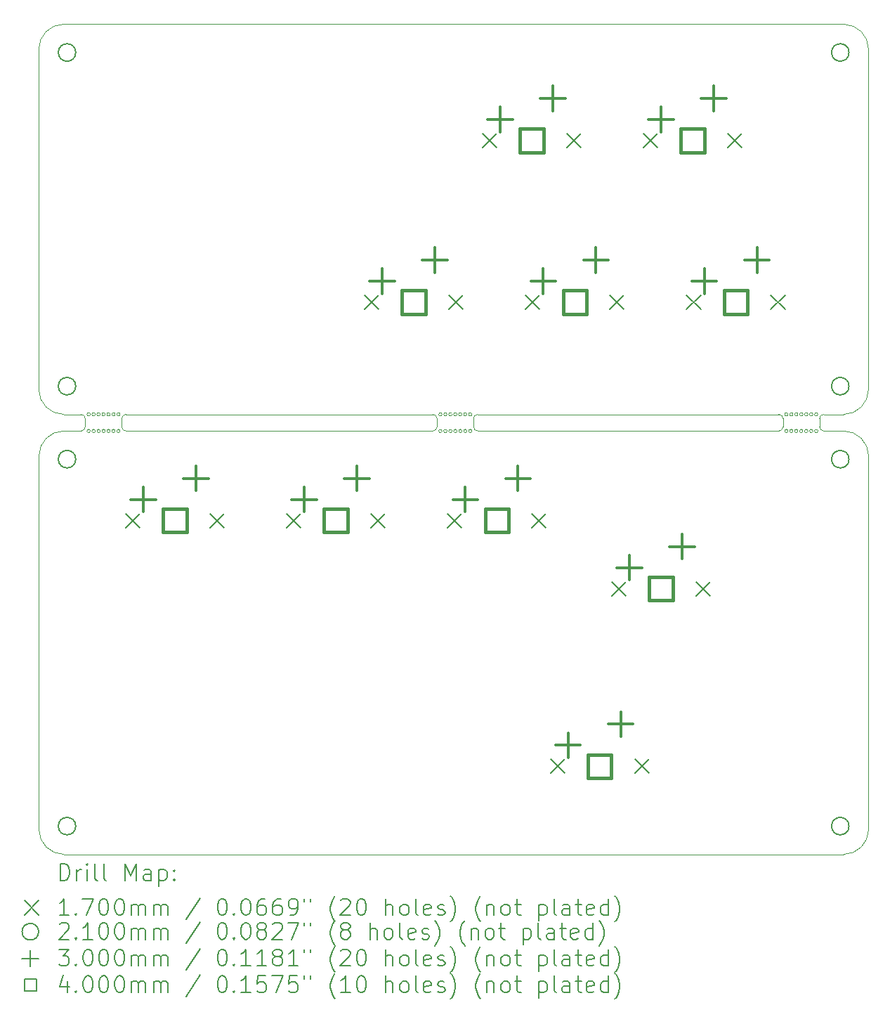
<source format=gbr>
%TF.GenerationSoftware,KiCad,Pcbnew,8.0.5*%
%TF.CreationDate,2024-10-21T22:27:20+11:00*%
%TF.ProjectId,TetrisKeyboard,54657472-6973-44b6-9579-626f6172642e,rev?*%
%TF.SameCoordinates,Original*%
%TF.FileFunction,Drillmap*%
%TF.FilePolarity,Positive*%
%FSLAX45Y45*%
G04 Gerber Fmt 4.5, Leading zero omitted, Abs format (unit mm)*
G04 Created by KiCad (PCBNEW 8.0.5) date 2024-10-21 22:27:20*
%MOMM*%
%LPD*%
G01*
G04 APERTURE LIST*
%ADD10C,0.050000*%
%ADD11C,0.200000*%
%ADD12C,0.170000*%
%ADD13C,0.210000*%
%ADD14C,0.300000*%
%ADD15C,0.400000*%
G04 APERTURE END LIST*
D10*
X6780000Y-7880000D02*
G75*
G02*
X6740000Y-7880000I-20000J0D01*
G01*
X6740000Y-7880000D02*
G75*
G02*
X6780000Y-7880000I20000J0D01*
G01*
X2780000Y-8080000D02*
G75*
G02*
X2740000Y-8080000I-20000J0D01*
G01*
X2740000Y-8080000D02*
G75*
G02*
X2780000Y-8080000I20000J0D01*
G01*
X11560000Y-7880000D02*
X11320000Y-7880000D01*
X1860000Y-3480000D02*
G75*
G02*
X2160000Y-3180000I300000J0D01*
G01*
X6900000Y-7880000D02*
G75*
G02*
X6860000Y-7880000I-20000J0D01*
G01*
X6860000Y-7880000D02*
G75*
G02*
X6900000Y-7880000I20000J0D01*
G01*
X10890000Y-7880000D02*
G75*
G02*
X10850000Y-7880000I-20000J0D01*
G01*
X10850000Y-7880000D02*
G75*
G02*
X10890000Y-7880000I20000J0D01*
G01*
X6660000Y-7930000D02*
X6660000Y-8030000D01*
X2840000Y-8080000D02*
G75*
G02*
X2800000Y-8080000I-20000J0D01*
G01*
X2800000Y-8080000D02*
G75*
G02*
X2840000Y-8080000I20000J0D01*
G01*
X11130000Y-7880000D02*
G75*
G02*
X11090000Y-7880000I-20000J0D01*
G01*
X11090000Y-7880000D02*
G75*
G02*
X11130000Y-7880000I20000J0D01*
G01*
X11190000Y-7880000D02*
G75*
G02*
X11150000Y-7880000I-20000J0D01*
G01*
X11150000Y-7880000D02*
G75*
G02*
X11190000Y-7880000I20000J0D01*
G01*
X10830000Y-8030000D02*
G75*
G02*
X10780000Y-8080000I-50000J0D01*
G01*
X11130000Y-8080000D02*
G75*
G02*
X11090000Y-8080000I-20000J0D01*
G01*
X11090000Y-8080000D02*
G75*
G02*
X11130000Y-8080000I20000J0D01*
G01*
X6720000Y-7880000D02*
G75*
G02*
X6680000Y-7880000I-20000J0D01*
G01*
X6680000Y-7880000D02*
G75*
G02*
X6720000Y-7880000I20000J0D01*
G01*
X11250000Y-8080000D02*
G75*
G02*
X11210000Y-8080000I-20000J0D01*
G01*
X11210000Y-8080000D02*
G75*
G02*
X11250000Y-8080000I20000J0D01*
G01*
X2480000Y-8080000D02*
G75*
G02*
X2440000Y-8080000I-20000J0D01*
G01*
X2440000Y-8080000D02*
G75*
G02*
X2480000Y-8080000I20000J0D01*
G01*
X1860000Y-7580000D02*
X1860000Y-3480000D01*
X6900000Y-8080000D02*
G75*
G02*
X6860000Y-8080000I-20000J0D01*
G01*
X6860000Y-8080000D02*
G75*
G02*
X6900000Y-8080000I20000J0D01*
G01*
X6660000Y-8030000D02*
G75*
G02*
X6610000Y-8080000I-50000J0D01*
G01*
X11860000Y-7580000D02*
G75*
G02*
X11560000Y-7880000I-300000J0D01*
G01*
X2160000Y-7880000D02*
G75*
G02*
X1860000Y-7580000I0J300000D01*
G01*
X11561000Y-13180000D02*
X2161000Y-13180000D01*
X7080000Y-8080000D02*
G75*
G02*
X7040000Y-8080000I-20000J0D01*
G01*
X7040000Y-8080000D02*
G75*
G02*
X7080000Y-8080000I20000J0D01*
G01*
X2480000Y-7880000D02*
G75*
G02*
X2440000Y-7880000I-20000J0D01*
G01*
X2440000Y-7880000D02*
G75*
G02*
X2480000Y-7880000I20000J0D01*
G01*
X6960000Y-8080000D02*
G75*
G02*
X6920000Y-8080000I-20000J0D01*
G01*
X6920000Y-8080000D02*
G75*
G02*
X6960000Y-8080000I20000J0D01*
G01*
X7020000Y-8080000D02*
G75*
G02*
X6980000Y-8080000I-20000J0D01*
G01*
X6980000Y-8080000D02*
G75*
G02*
X7020000Y-8080000I20000J0D01*
G01*
X2910000Y-8080000D02*
X6610000Y-8080000D01*
X10780000Y-7880000D02*
G75*
G02*
X10830000Y-7930000I0J-50000D01*
G01*
X11010000Y-8080000D02*
G75*
G02*
X10970000Y-8080000I-20000J0D01*
G01*
X10970000Y-8080000D02*
G75*
G02*
X11010000Y-8080000I20000J0D01*
G01*
X2420000Y-8030000D02*
G75*
G02*
X2370000Y-8080000I-50000J0D01*
G01*
X11561000Y-8080000D02*
G75*
G02*
X11861000Y-8380000I0J-300000D01*
G01*
X2420000Y-7930000D02*
X2420000Y-8030000D01*
X2600000Y-8080000D02*
G75*
G02*
X2560000Y-8080000I-20000J0D01*
G01*
X2560000Y-8080000D02*
G75*
G02*
X2600000Y-8080000I20000J0D01*
G01*
X11010000Y-7880000D02*
G75*
G02*
X10970000Y-7880000I-20000J0D01*
G01*
X10970000Y-7880000D02*
G75*
G02*
X11010000Y-7880000I20000J0D01*
G01*
X10950000Y-7880000D02*
G75*
G02*
X10910000Y-7880000I-20000J0D01*
G01*
X10910000Y-7880000D02*
G75*
G02*
X10950000Y-7880000I20000J0D01*
G01*
X2540000Y-8080000D02*
G75*
G02*
X2500000Y-8080000I-20000J0D01*
G01*
X2500000Y-8080000D02*
G75*
G02*
X2540000Y-8080000I20000J0D01*
G01*
X2860000Y-7930000D02*
G75*
G02*
X2910000Y-7880000I50000J0D01*
G01*
X2660000Y-7880000D02*
G75*
G02*
X2620000Y-7880000I-20000J0D01*
G01*
X2620000Y-7880000D02*
G75*
G02*
X2660000Y-7880000I20000J0D01*
G01*
X2161000Y-8080000D02*
X2370000Y-8080000D01*
X1861000Y-8380000D02*
G75*
G02*
X2161000Y-8080000I300000J0D01*
G01*
X6610000Y-7880000D02*
G75*
G02*
X6660000Y-7930000I0J-50000D01*
G01*
X10890000Y-8080000D02*
G75*
G02*
X10850000Y-8080000I-20000J0D01*
G01*
X10850000Y-8080000D02*
G75*
G02*
X10890000Y-8080000I20000J0D01*
G01*
X11270000Y-7930000D02*
X11270000Y-8030000D01*
X2860000Y-7930000D02*
X2860000Y-8030000D01*
X11250000Y-7880000D02*
G75*
G02*
X11210000Y-7880000I-20000J0D01*
G01*
X11210000Y-7880000D02*
G75*
G02*
X11250000Y-7880000I20000J0D01*
G01*
X6720000Y-8080000D02*
G75*
G02*
X6680000Y-8080000I-20000J0D01*
G01*
X6680000Y-8080000D02*
G75*
G02*
X6720000Y-8080000I20000J0D01*
G01*
X11861000Y-12880000D02*
G75*
G02*
X11561000Y-13180000I-300000J0D01*
G01*
X6780000Y-8080000D02*
G75*
G02*
X6740000Y-8080000I-20000J0D01*
G01*
X6740000Y-8080000D02*
G75*
G02*
X6780000Y-8080000I20000J0D01*
G01*
X11070000Y-7880000D02*
G75*
G02*
X11030000Y-7880000I-20000J0D01*
G01*
X11030000Y-7880000D02*
G75*
G02*
X11070000Y-7880000I20000J0D01*
G01*
X11320000Y-8080000D02*
G75*
G02*
X11270000Y-8030000I0J50000D01*
G01*
X2910000Y-7880000D02*
X6610000Y-7880000D01*
X2720000Y-7880000D02*
G75*
G02*
X2680000Y-7880000I-20000J0D01*
G01*
X2680000Y-7880000D02*
G75*
G02*
X2720000Y-7880000I20000J0D01*
G01*
X11190000Y-8080000D02*
G75*
G02*
X11150000Y-8080000I-20000J0D01*
G01*
X11150000Y-8080000D02*
G75*
G02*
X11190000Y-8080000I20000J0D01*
G01*
X7080000Y-7880000D02*
G75*
G02*
X7040000Y-7880000I-20000J0D01*
G01*
X7040000Y-7880000D02*
G75*
G02*
X7080000Y-7880000I20000J0D01*
G01*
X6840000Y-8080000D02*
G75*
G02*
X6800000Y-8080000I-20000J0D01*
G01*
X6800000Y-8080000D02*
G75*
G02*
X6840000Y-8080000I20000J0D01*
G01*
X2370000Y-7880000D02*
X2160000Y-7880000D01*
X11320000Y-8080000D02*
X11561000Y-8080000D01*
X7150000Y-8080000D02*
X10780000Y-8080000D01*
X11560000Y-3180000D02*
G75*
G02*
X11860000Y-3480000I0J-300000D01*
G01*
X2600000Y-7880000D02*
G75*
G02*
X2560000Y-7880000I-20000J0D01*
G01*
X2560000Y-7880000D02*
G75*
G02*
X2600000Y-7880000I20000J0D01*
G01*
X2160000Y-3180000D02*
X11560000Y-3180000D01*
X6840000Y-7880000D02*
G75*
G02*
X6800000Y-7880000I-20000J0D01*
G01*
X6800000Y-7880000D02*
G75*
G02*
X6840000Y-7880000I20000J0D01*
G01*
X2840000Y-7880000D02*
G75*
G02*
X2800000Y-7880000I-20000J0D01*
G01*
X2800000Y-7880000D02*
G75*
G02*
X2840000Y-7880000I20000J0D01*
G01*
X10780000Y-7880000D02*
X7150000Y-7880000D01*
X2660000Y-8080000D02*
G75*
G02*
X2620000Y-8080000I-20000J0D01*
G01*
X2620000Y-8080000D02*
G75*
G02*
X2660000Y-8080000I20000J0D01*
G01*
X11270000Y-7930000D02*
G75*
G02*
X11320000Y-7880000I50000J0D01*
G01*
X7150000Y-8080000D02*
G75*
G02*
X7100000Y-8030000I0J50000D01*
G01*
X2540000Y-7880000D02*
G75*
G02*
X2500000Y-7880000I-20000J0D01*
G01*
X2500000Y-7880000D02*
G75*
G02*
X2540000Y-7880000I20000J0D01*
G01*
X7020000Y-7880000D02*
G75*
G02*
X6980000Y-7880000I-20000J0D01*
G01*
X6980000Y-7880000D02*
G75*
G02*
X7020000Y-7880000I20000J0D01*
G01*
X7100000Y-7930000D02*
G75*
G02*
X7150000Y-7880000I50000J0D01*
G01*
X2720000Y-8080000D02*
G75*
G02*
X2680000Y-8080000I-20000J0D01*
G01*
X2680000Y-8080000D02*
G75*
G02*
X2720000Y-8080000I20000J0D01*
G01*
X11070000Y-8080000D02*
G75*
G02*
X11030000Y-8080000I-20000J0D01*
G01*
X11030000Y-8080000D02*
G75*
G02*
X11070000Y-8080000I20000J0D01*
G01*
X11860000Y-3480000D02*
X11860000Y-7580000D01*
X6960000Y-7880000D02*
G75*
G02*
X6920000Y-7880000I-20000J0D01*
G01*
X6920000Y-7880000D02*
G75*
G02*
X6960000Y-7880000I20000J0D01*
G01*
X2370000Y-7880000D02*
G75*
G02*
X2420000Y-7930000I0J-50000D01*
G01*
X10830000Y-7930000D02*
X10830000Y-8030000D01*
X2780000Y-7880000D02*
G75*
G02*
X2740000Y-7880000I-20000J0D01*
G01*
X2740000Y-7880000D02*
G75*
G02*
X2780000Y-7880000I20000J0D01*
G01*
X10950000Y-8080000D02*
G75*
G02*
X10910000Y-8080000I-20000J0D01*
G01*
X10910000Y-8080000D02*
G75*
G02*
X10950000Y-8080000I20000J0D01*
G01*
X11861000Y-8380000D02*
X11861000Y-12880000D01*
X1861000Y-12880000D02*
X1861000Y-8380000D01*
X2161000Y-13180000D02*
G75*
G02*
X1861000Y-12880000I0J300000D01*
G01*
X7100000Y-7930000D02*
X7100000Y-8030000D01*
X2910000Y-8080000D02*
G75*
G02*
X2860000Y-8030000I0J50000D01*
G01*
D11*
D12*
X2907000Y-9075000D02*
X3077000Y-9245000D01*
X3077000Y-9075000D02*
X2907000Y-9245000D01*
X3923000Y-9075000D02*
X4093000Y-9245000D01*
X4093000Y-9075000D02*
X3923000Y-9245000D01*
X4847000Y-9075000D02*
X5017000Y-9245000D01*
X5017000Y-9075000D02*
X4847000Y-9245000D01*
X5787000Y-6443000D02*
X5957000Y-6613000D01*
X5957000Y-6443000D02*
X5787000Y-6613000D01*
X5863000Y-9075000D02*
X6033000Y-9245000D01*
X6033000Y-9075000D02*
X5863000Y-9245000D01*
X6787000Y-9075000D02*
X6957000Y-9245000D01*
X6957000Y-9075000D02*
X6787000Y-9245000D01*
X6803000Y-6443000D02*
X6973000Y-6613000D01*
X6973000Y-6443000D02*
X6803000Y-6613000D01*
X7207000Y-4495000D02*
X7377000Y-4665000D01*
X7377000Y-4495000D02*
X7207000Y-4665000D01*
X7727000Y-6443000D02*
X7897000Y-6613000D01*
X7897000Y-6443000D02*
X7727000Y-6613000D01*
X7803000Y-9075000D02*
X7973000Y-9245000D01*
X7973000Y-9075000D02*
X7803000Y-9245000D01*
X8027000Y-12035000D02*
X8197000Y-12205000D01*
X8197000Y-12035000D02*
X8027000Y-12205000D01*
X8223000Y-4495000D02*
X8393000Y-4665000D01*
X8393000Y-4495000D02*
X8223000Y-4665000D01*
X8743000Y-6443000D02*
X8913000Y-6613000D01*
X8913000Y-6443000D02*
X8743000Y-6613000D01*
X8767000Y-9895000D02*
X8937000Y-10065000D01*
X8937000Y-9895000D02*
X8767000Y-10065000D01*
X9043000Y-12035000D02*
X9213000Y-12205000D01*
X9213000Y-12035000D02*
X9043000Y-12205000D01*
X9147000Y-4495000D02*
X9317000Y-4665000D01*
X9317000Y-4495000D02*
X9147000Y-4665000D01*
X9668000Y-6443000D02*
X9838000Y-6613000D01*
X9838000Y-6443000D02*
X9668000Y-6613000D01*
X9783000Y-9895000D02*
X9953000Y-10065000D01*
X9953000Y-9895000D02*
X9783000Y-10065000D01*
X10163000Y-4495000D02*
X10333000Y-4665000D01*
X10333000Y-4495000D02*
X10163000Y-4665000D01*
X10684000Y-6443000D02*
X10854000Y-6613000D01*
X10854000Y-6443000D02*
X10684000Y-6613000D01*
D13*
X2305000Y-3520000D02*
G75*
G02*
X2095000Y-3520000I-105000J0D01*
G01*
X2095000Y-3520000D02*
G75*
G02*
X2305000Y-3520000I105000J0D01*
G01*
X2305000Y-7540000D02*
G75*
G02*
X2095000Y-7540000I-105000J0D01*
G01*
X2095000Y-7540000D02*
G75*
G02*
X2305000Y-7540000I105000J0D01*
G01*
X2305000Y-8420000D02*
G75*
G02*
X2095000Y-8420000I-105000J0D01*
G01*
X2095000Y-8420000D02*
G75*
G02*
X2305000Y-8420000I105000J0D01*
G01*
X2305000Y-12840000D02*
G75*
G02*
X2095000Y-12840000I-105000J0D01*
G01*
X2095000Y-12840000D02*
G75*
G02*
X2305000Y-12840000I105000J0D01*
G01*
X11625000Y-3520000D02*
G75*
G02*
X11415000Y-3520000I-105000J0D01*
G01*
X11415000Y-3520000D02*
G75*
G02*
X11625000Y-3520000I105000J0D01*
G01*
X11625000Y-7540000D02*
G75*
G02*
X11415000Y-7540000I-105000J0D01*
G01*
X11415000Y-7540000D02*
G75*
G02*
X11625000Y-7540000I105000J0D01*
G01*
X11625000Y-8420000D02*
G75*
G02*
X11415000Y-8420000I-105000J0D01*
G01*
X11415000Y-8420000D02*
G75*
G02*
X11625000Y-8420000I105000J0D01*
G01*
X11625000Y-12840000D02*
G75*
G02*
X11415000Y-12840000I-105000J0D01*
G01*
X11415000Y-12840000D02*
G75*
G02*
X11625000Y-12840000I105000J0D01*
G01*
D14*
X3119000Y-8756000D02*
X3119000Y-9056000D01*
X2969000Y-8906000D02*
X3269000Y-8906000D01*
X3754000Y-8502000D02*
X3754000Y-8802000D01*
X3604000Y-8652000D02*
X3904000Y-8652000D01*
X5059000Y-8756000D02*
X5059000Y-9056000D01*
X4909000Y-8906000D02*
X5209000Y-8906000D01*
X5694000Y-8502000D02*
X5694000Y-8802000D01*
X5544000Y-8652000D02*
X5844000Y-8652000D01*
X5999000Y-6124000D02*
X5999000Y-6424000D01*
X5849000Y-6274000D02*
X6149000Y-6274000D01*
X6634000Y-5870000D02*
X6634000Y-6170000D01*
X6484000Y-6020000D02*
X6784000Y-6020000D01*
X6999000Y-8756000D02*
X6999000Y-9056000D01*
X6849000Y-8906000D02*
X7149000Y-8906000D01*
X7419000Y-4176000D02*
X7419000Y-4476000D01*
X7269000Y-4326000D02*
X7569000Y-4326000D01*
X7634000Y-8502000D02*
X7634000Y-8802000D01*
X7484000Y-8652000D02*
X7784000Y-8652000D01*
X7939000Y-6124000D02*
X7939000Y-6424000D01*
X7789000Y-6274000D02*
X8089000Y-6274000D01*
X8054000Y-3922000D02*
X8054000Y-4222000D01*
X7904000Y-4072000D02*
X8204000Y-4072000D01*
X8239000Y-11716000D02*
X8239000Y-12016000D01*
X8089000Y-11866000D02*
X8389000Y-11866000D01*
X8574000Y-5870000D02*
X8574000Y-6170000D01*
X8424000Y-6020000D02*
X8724000Y-6020000D01*
X8874000Y-11462000D02*
X8874000Y-11762000D01*
X8724000Y-11612000D02*
X9024000Y-11612000D01*
X8979000Y-9576000D02*
X8979000Y-9876000D01*
X8829000Y-9726000D02*
X9129000Y-9726000D01*
X9359000Y-4176000D02*
X9359000Y-4476000D01*
X9209000Y-4326000D02*
X9509000Y-4326000D01*
X9614000Y-9322000D02*
X9614000Y-9622000D01*
X9464000Y-9472000D02*
X9764000Y-9472000D01*
X9880000Y-6124000D02*
X9880000Y-6424000D01*
X9730000Y-6274000D02*
X10030000Y-6274000D01*
X9994000Y-3922000D02*
X9994000Y-4222000D01*
X9844000Y-4072000D02*
X10144000Y-4072000D01*
X10515000Y-5870000D02*
X10515000Y-6170000D01*
X10365000Y-6020000D02*
X10665000Y-6020000D01*
D15*
X3641423Y-9301423D02*
X3641423Y-9018577D01*
X3358577Y-9018577D01*
X3358577Y-9301423D01*
X3641423Y-9301423D01*
X5581423Y-9301423D02*
X5581423Y-9018577D01*
X5298577Y-9018577D01*
X5298577Y-9301423D01*
X5581423Y-9301423D01*
X6521423Y-6669423D02*
X6521423Y-6386577D01*
X6238577Y-6386577D01*
X6238577Y-6669423D01*
X6521423Y-6669423D01*
X7521423Y-9301423D02*
X7521423Y-9018577D01*
X7238577Y-9018577D01*
X7238577Y-9301423D01*
X7521423Y-9301423D01*
X7941423Y-4721423D02*
X7941423Y-4438577D01*
X7658577Y-4438577D01*
X7658577Y-4721423D01*
X7941423Y-4721423D01*
X8461423Y-6669423D02*
X8461423Y-6386577D01*
X8178577Y-6386577D01*
X8178577Y-6669423D01*
X8461423Y-6669423D01*
X8761423Y-12261423D02*
X8761423Y-11978577D01*
X8478577Y-11978577D01*
X8478577Y-12261423D01*
X8761423Y-12261423D01*
X9501423Y-10121423D02*
X9501423Y-9838577D01*
X9218577Y-9838577D01*
X9218577Y-10121423D01*
X9501423Y-10121423D01*
X9881423Y-4721423D02*
X9881423Y-4438577D01*
X9598577Y-4438577D01*
X9598577Y-4721423D01*
X9881423Y-4721423D01*
X10402423Y-6669423D02*
X10402423Y-6386577D01*
X10119577Y-6386577D01*
X10119577Y-6669423D01*
X10402423Y-6669423D01*
D11*
X2118277Y-13493984D02*
X2118277Y-13293984D01*
X2118277Y-13293984D02*
X2165896Y-13293984D01*
X2165896Y-13293984D02*
X2194467Y-13303508D01*
X2194467Y-13303508D02*
X2213515Y-13322555D01*
X2213515Y-13322555D02*
X2223039Y-13341603D01*
X2223039Y-13341603D02*
X2232563Y-13379698D01*
X2232563Y-13379698D02*
X2232563Y-13408269D01*
X2232563Y-13408269D02*
X2223039Y-13446365D01*
X2223039Y-13446365D02*
X2213515Y-13465412D01*
X2213515Y-13465412D02*
X2194467Y-13484460D01*
X2194467Y-13484460D02*
X2165896Y-13493984D01*
X2165896Y-13493984D02*
X2118277Y-13493984D01*
X2318277Y-13493984D02*
X2318277Y-13360650D01*
X2318277Y-13398746D02*
X2327801Y-13379698D01*
X2327801Y-13379698D02*
X2337324Y-13370174D01*
X2337324Y-13370174D02*
X2356372Y-13360650D01*
X2356372Y-13360650D02*
X2375420Y-13360650D01*
X2442086Y-13493984D02*
X2442086Y-13360650D01*
X2442086Y-13293984D02*
X2432563Y-13303508D01*
X2432563Y-13303508D02*
X2442086Y-13313031D01*
X2442086Y-13313031D02*
X2451610Y-13303508D01*
X2451610Y-13303508D02*
X2442086Y-13293984D01*
X2442086Y-13293984D02*
X2442086Y-13313031D01*
X2565896Y-13493984D02*
X2546848Y-13484460D01*
X2546848Y-13484460D02*
X2537324Y-13465412D01*
X2537324Y-13465412D02*
X2537324Y-13293984D01*
X2670658Y-13493984D02*
X2651610Y-13484460D01*
X2651610Y-13484460D02*
X2642086Y-13465412D01*
X2642086Y-13465412D02*
X2642086Y-13293984D01*
X2899229Y-13493984D02*
X2899229Y-13293984D01*
X2899229Y-13293984D02*
X2965896Y-13436841D01*
X2965896Y-13436841D02*
X3032562Y-13293984D01*
X3032562Y-13293984D02*
X3032562Y-13493984D01*
X3213515Y-13493984D02*
X3213515Y-13389222D01*
X3213515Y-13389222D02*
X3203991Y-13370174D01*
X3203991Y-13370174D02*
X3184943Y-13360650D01*
X3184943Y-13360650D02*
X3146848Y-13360650D01*
X3146848Y-13360650D02*
X3127801Y-13370174D01*
X3213515Y-13484460D02*
X3194467Y-13493984D01*
X3194467Y-13493984D02*
X3146848Y-13493984D01*
X3146848Y-13493984D02*
X3127801Y-13484460D01*
X3127801Y-13484460D02*
X3118277Y-13465412D01*
X3118277Y-13465412D02*
X3118277Y-13446365D01*
X3118277Y-13446365D02*
X3127801Y-13427317D01*
X3127801Y-13427317D02*
X3146848Y-13417793D01*
X3146848Y-13417793D02*
X3194467Y-13417793D01*
X3194467Y-13417793D02*
X3213515Y-13408269D01*
X3308753Y-13360650D02*
X3308753Y-13560650D01*
X3308753Y-13370174D02*
X3327801Y-13360650D01*
X3327801Y-13360650D02*
X3365896Y-13360650D01*
X3365896Y-13360650D02*
X3384943Y-13370174D01*
X3384943Y-13370174D02*
X3394467Y-13379698D01*
X3394467Y-13379698D02*
X3403991Y-13398746D01*
X3403991Y-13398746D02*
X3403991Y-13455888D01*
X3403991Y-13455888D02*
X3394467Y-13474936D01*
X3394467Y-13474936D02*
X3384943Y-13484460D01*
X3384943Y-13484460D02*
X3365896Y-13493984D01*
X3365896Y-13493984D02*
X3327801Y-13493984D01*
X3327801Y-13493984D02*
X3308753Y-13484460D01*
X3489705Y-13474936D02*
X3499229Y-13484460D01*
X3499229Y-13484460D02*
X3489705Y-13493984D01*
X3489705Y-13493984D02*
X3480182Y-13484460D01*
X3480182Y-13484460D02*
X3489705Y-13474936D01*
X3489705Y-13474936D02*
X3489705Y-13493984D01*
X3489705Y-13370174D02*
X3499229Y-13379698D01*
X3499229Y-13379698D02*
X3489705Y-13389222D01*
X3489705Y-13389222D02*
X3480182Y-13379698D01*
X3480182Y-13379698D02*
X3489705Y-13370174D01*
X3489705Y-13370174D02*
X3489705Y-13389222D01*
D12*
X1687500Y-13737500D02*
X1857500Y-13907500D01*
X1857500Y-13737500D02*
X1687500Y-13907500D01*
D11*
X2223039Y-13913984D02*
X2108753Y-13913984D01*
X2165896Y-13913984D02*
X2165896Y-13713984D01*
X2165896Y-13713984D02*
X2146848Y-13742555D01*
X2146848Y-13742555D02*
X2127801Y-13761603D01*
X2127801Y-13761603D02*
X2108753Y-13771127D01*
X2308753Y-13894936D02*
X2318277Y-13904460D01*
X2318277Y-13904460D02*
X2308753Y-13913984D01*
X2308753Y-13913984D02*
X2299229Y-13904460D01*
X2299229Y-13904460D02*
X2308753Y-13894936D01*
X2308753Y-13894936D02*
X2308753Y-13913984D01*
X2384944Y-13713984D02*
X2518277Y-13713984D01*
X2518277Y-13713984D02*
X2432563Y-13913984D01*
X2632563Y-13713984D02*
X2651610Y-13713984D01*
X2651610Y-13713984D02*
X2670658Y-13723508D01*
X2670658Y-13723508D02*
X2680182Y-13733031D01*
X2680182Y-13733031D02*
X2689705Y-13752079D01*
X2689705Y-13752079D02*
X2699229Y-13790174D01*
X2699229Y-13790174D02*
X2699229Y-13837793D01*
X2699229Y-13837793D02*
X2689705Y-13875888D01*
X2689705Y-13875888D02*
X2680182Y-13894936D01*
X2680182Y-13894936D02*
X2670658Y-13904460D01*
X2670658Y-13904460D02*
X2651610Y-13913984D01*
X2651610Y-13913984D02*
X2632563Y-13913984D01*
X2632563Y-13913984D02*
X2613515Y-13904460D01*
X2613515Y-13904460D02*
X2603991Y-13894936D01*
X2603991Y-13894936D02*
X2594467Y-13875888D01*
X2594467Y-13875888D02*
X2584944Y-13837793D01*
X2584944Y-13837793D02*
X2584944Y-13790174D01*
X2584944Y-13790174D02*
X2594467Y-13752079D01*
X2594467Y-13752079D02*
X2603991Y-13733031D01*
X2603991Y-13733031D02*
X2613515Y-13723508D01*
X2613515Y-13723508D02*
X2632563Y-13713984D01*
X2823039Y-13713984D02*
X2842086Y-13713984D01*
X2842086Y-13713984D02*
X2861134Y-13723508D01*
X2861134Y-13723508D02*
X2870658Y-13733031D01*
X2870658Y-13733031D02*
X2880182Y-13752079D01*
X2880182Y-13752079D02*
X2889705Y-13790174D01*
X2889705Y-13790174D02*
X2889705Y-13837793D01*
X2889705Y-13837793D02*
X2880182Y-13875888D01*
X2880182Y-13875888D02*
X2870658Y-13894936D01*
X2870658Y-13894936D02*
X2861134Y-13904460D01*
X2861134Y-13904460D02*
X2842086Y-13913984D01*
X2842086Y-13913984D02*
X2823039Y-13913984D01*
X2823039Y-13913984D02*
X2803991Y-13904460D01*
X2803991Y-13904460D02*
X2794467Y-13894936D01*
X2794467Y-13894936D02*
X2784944Y-13875888D01*
X2784944Y-13875888D02*
X2775420Y-13837793D01*
X2775420Y-13837793D02*
X2775420Y-13790174D01*
X2775420Y-13790174D02*
X2784944Y-13752079D01*
X2784944Y-13752079D02*
X2794467Y-13733031D01*
X2794467Y-13733031D02*
X2803991Y-13723508D01*
X2803991Y-13723508D02*
X2823039Y-13713984D01*
X2975420Y-13913984D02*
X2975420Y-13780650D01*
X2975420Y-13799698D02*
X2984943Y-13790174D01*
X2984943Y-13790174D02*
X3003991Y-13780650D01*
X3003991Y-13780650D02*
X3032563Y-13780650D01*
X3032563Y-13780650D02*
X3051610Y-13790174D01*
X3051610Y-13790174D02*
X3061134Y-13809222D01*
X3061134Y-13809222D02*
X3061134Y-13913984D01*
X3061134Y-13809222D02*
X3070658Y-13790174D01*
X3070658Y-13790174D02*
X3089705Y-13780650D01*
X3089705Y-13780650D02*
X3118277Y-13780650D01*
X3118277Y-13780650D02*
X3137324Y-13790174D01*
X3137324Y-13790174D02*
X3146848Y-13809222D01*
X3146848Y-13809222D02*
X3146848Y-13913984D01*
X3242086Y-13913984D02*
X3242086Y-13780650D01*
X3242086Y-13799698D02*
X3251610Y-13790174D01*
X3251610Y-13790174D02*
X3270658Y-13780650D01*
X3270658Y-13780650D02*
X3299229Y-13780650D01*
X3299229Y-13780650D02*
X3318277Y-13790174D01*
X3318277Y-13790174D02*
X3327801Y-13809222D01*
X3327801Y-13809222D02*
X3327801Y-13913984D01*
X3327801Y-13809222D02*
X3337324Y-13790174D01*
X3337324Y-13790174D02*
X3356372Y-13780650D01*
X3356372Y-13780650D02*
X3384943Y-13780650D01*
X3384943Y-13780650D02*
X3403991Y-13790174D01*
X3403991Y-13790174D02*
X3413515Y-13809222D01*
X3413515Y-13809222D02*
X3413515Y-13913984D01*
X3803991Y-13704460D02*
X3632563Y-13961603D01*
X4061134Y-13713984D02*
X4080182Y-13713984D01*
X4080182Y-13713984D02*
X4099229Y-13723508D01*
X4099229Y-13723508D02*
X4108753Y-13733031D01*
X4108753Y-13733031D02*
X4118277Y-13752079D01*
X4118277Y-13752079D02*
X4127801Y-13790174D01*
X4127801Y-13790174D02*
X4127801Y-13837793D01*
X4127801Y-13837793D02*
X4118277Y-13875888D01*
X4118277Y-13875888D02*
X4108753Y-13894936D01*
X4108753Y-13894936D02*
X4099229Y-13904460D01*
X4099229Y-13904460D02*
X4080182Y-13913984D01*
X4080182Y-13913984D02*
X4061134Y-13913984D01*
X4061134Y-13913984D02*
X4042086Y-13904460D01*
X4042086Y-13904460D02*
X4032563Y-13894936D01*
X4032563Y-13894936D02*
X4023039Y-13875888D01*
X4023039Y-13875888D02*
X4013515Y-13837793D01*
X4013515Y-13837793D02*
X4013515Y-13790174D01*
X4013515Y-13790174D02*
X4023039Y-13752079D01*
X4023039Y-13752079D02*
X4032563Y-13733031D01*
X4032563Y-13733031D02*
X4042086Y-13723508D01*
X4042086Y-13723508D02*
X4061134Y-13713984D01*
X4213515Y-13894936D02*
X4223039Y-13904460D01*
X4223039Y-13904460D02*
X4213515Y-13913984D01*
X4213515Y-13913984D02*
X4203991Y-13904460D01*
X4203991Y-13904460D02*
X4213515Y-13894936D01*
X4213515Y-13894936D02*
X4213515Y-13913984D01*
X4346848Y-13713984D02*
X4365896Y-13713984D01*
X4365896Y-13713984D02*
X4384944Y-13723508D01*
X4384944Y-13723508D02*
X4394468Y-13733031D01*
X4394468Y-13733031D02*
X4403991Y-13752079D01*
X4403991Y-13752079D02*
X4413515Y-13790174D01*
X4413515Y-13790174D02*
X4413515Y-13837793D01*
X4413515Y-13837793D02*
X4403991Y-13875888D01*
X4403991Y-13875888D02*
X4394468Y-13894936D01*
X4394468Y-13894936D02*
X4384944Y-13904460D01*
X4384944Y-13904460D02*
X4365896Y-13913984D01*
X4365896Y-13913984D02*
X4346848Y-13913984D01*
X4346848Y-13913984D02*
X4327801Y-13904460D01*
X4327801Y-13904460D02*
X4318277Y-13894936D01*
X4318277Y-13894936D02*
X4308753Y-13875888D01*
X4308753Y-13875888D02*
X4299229Y-13837793D01*
X4299229Y-13837793D02*
X4299229Y-13790174D01*
X4299229Y-13790174D02*
X4308753Y-13752079D01*
X4308753Y-13752079D02*
X4318277Y-13733031D01*
X4318277Y-13733031D02*
X4327801Y-13723508D01*
X4327801Y-13723508D02*
X4346848Y-13713984D01*
X4584944Y-13713984D02*
X4546848Y-13713984D01*
X4546848Y-13713984D02*
X4527801Y-13723508D01*
X4527801Y-13723508D02*
X4518277Y-13733031D01*
X4518277Y-13733031D02*
X4499229Y-13761603D01*
X4499229Y-13761603D02*
X4489706Y-13799698D01*
X4489706Y-13799698D02*
X4489706Y-13875888D01*
X4489706Y-13875888D02*
X4499229Y-13894936D01*
X4499229Y-13894936D02*
X4508753Y-13904460D01*
X4508753Y-13904460D02*
X4527801Y-13913984D01*
X4527801Y-13913984D02*
X4565896Y-13913984D01*
X4565896Y-13913984D02*
X4584944Y-13904460D01*
X4584944Y-13904460D02*
X4594468Y-13894936D01*
X4594468Y-13894936D02*
X4603991Y-13875888D01*
X4603991Y-13875888D02*
X4603991Y-13828269D01*
X4603991Y-13828269D02*
X4594468Y-13809222D01*
X4594468Y-13809222D02*
X4584944Y-13799698D01*
X4584944Y-13799698D02*
X4565896Y-13790174D01*
X4565896Y-13790174D02*
X4527801Y-13790174D01*
X4527801Y-13790174D02*
X4508753Y-13799698D01*
X4508753Y-13799698D02*
X4499229Y-13809222D01*
X4499229Y-13809222D02*
X4489706Y-13828269D01*
X4775420Y-13713984D02*
X4737325Y-13713984D01*
X4737325Y-13713984D02*
X4718277Y-13723508D01*
X4718277Y-13723508D02*
X4708753Y-13733031D01*
X4708753Y-13733031D02*
X4689706Y-13761603D01*
X4689706Y-13761603D02*
X4680182Y-13799698D01*
X4680182Y-13799698D02*
X4680182Y-13875888D01*
X4680182Y-13875888D02*
X4689706Y-13894936D01*
X4689706Y-13894936D02*
X4699229Y-13904460D01*
X4699229Y-13904460D02*
X4718277Y-13913984D01*
X4718277Y-13913984D02*
X4756372Y-13913984D01*
X4756372Y-13913984D02*
X4775420Y-13904460D01*
X4775420Y-13904460D02*
X4784944Y-13894936D01*
X4784944Y-13894936D02*
X4794468Y-13875888D01*
X4794468Y-13875888D02*
X4794468Y-13828269D01*
X4794468Y-13828269D02*
X4784944Y-13809222D01*
X4784944Y-13809222D02*
X4775420Y-13799698D01*
X4775420Y-13799698D02*
X4756372Y-13790174D01*
X4756372Y-13790174D02*
X4718277Y-13790174D01*
X4718277Y-13790174D02*
X4699229Y-13799698D01*
X4699229Y-13799698D02*
X4689706Y-13809222D01*
X4689706Y-13809222D02*
X4680182Y-13828269D01*
X4889706Y-13913984D02*
X4927801Y-13913984D01*
X4927801Y-13913984D02*
X4946849Y-13904460D01*
X4946849Y-13904460D02*
X4956372Y-13894936D01*
X4956372Y-13894936D02*
X4975420Y-13866365D01*
X4975420Y-13866365D02*
X4984944Y-13828269D01*
X4984944Y-13828269D02*
X4984944Y-13752079D01*
X4984944Y-13752079D02*
X4975420Y-13733031D01*
X4975420Y-13733031D02*
X4965896Y-13723508D01*
X4965896Y-13723508D02*
X4946849Y-13713984D01*
X4946849Y-13713984D02*
X4908753Y-13713984D01*
X4908753Y-13713984D02*
X4889706Y-13723508D01*
X4889706Y-13723508D02*
X4880182Y-13733031D01*
X4880182Y-13733031D02*
X4870658Y-13752079D01*
X4870658Y-13752079D02*
X4870658Y-13799698D01*
X4870658Y-13799698D02*
X4880182Y-13818746D01*
X4880182Y-13818746D02*
X4889706Y-13828269D01*
X4889706Y-13828269D02*
X4908753Y-13837793D01*
X4908753Y-13837793D02*
X4946849Y-13837793D01*
X4946849Y-13837793D02*
X4965896Y-13828269D01*
X4965896Y-13828269D02*
X4975420Y-13818746D01*
X4975420Y-13818746D02*
X4984944Y-13799698D01*
X5061134Y-13713984D02*
X5061134Y-13752079D01*
X5137325Y-13713984D02*
X5137325Y-13752079D01*
X5432563Y-13990174D02*
X5423039Y-13980650D01*
X5423039Y-13980650D02*
X5403991Y-13952079D01*
X5403991Y-13952079D02*
X5394468Y-13933031D01*
X5394468Y-13933031D02*
X5384944Y-13904460D01*
X5384944Y-13904460D02*
X5375420Y-13856841D01*
X5375420Y-13856841D02*
X5375420Y-13818746D01*
X5375420Y-13818746D02*
X5384944Y-13771127D01*
X5384944Y-13771127D02*
X5394468Y-13742555D01*
X5394468Y-13742555D02*
X5403991Y-13723508D01*
X5403991Y-13723508D02*
X5423039Y-13694936D01*
X5423039Y-13694936D02*
X5432563Y-13685412D01*
X5499230Y-13733031D02*
X5508753Y-13723508D01*
X5508753Y-13723508D02*
X5527801Y-13713984D01*
X5527801Y-13713984D02*
X5575420Y-13713984D01*
X5575420Y-13713984D02*
X5594468Y-13723508D01*
X5594468Y-13723508D02*
X5603991Y-13733031D01*
X5603991Y-13733031D02*
X5613515Y-13752079D01*
X5613515Y-13752079D02*
X5613515Y-13771127D01*
X5613515Y-13771127D02*
X5603991Y-13799698D01*
X5603991Y-13799698D02*
X5489706Y-13913984D01*
X5489706Y-13913984D02*
X5613515Y-13913984D01*
X5737325Y-13713984D02*
X5756372Y-13713984D01*
X5756372Y-13713984D02*
X5775420Y-13723508D01*
X5775420Y-13723508D02*
X5784944Y-13733031D01*
X5784944Y-13733031D02*
X5794468Y-13752079D01*
X5794468Y-13752079D02*
X5803991Y-13790174D01*
X5803991Y-13790174D02*
X5803991Y-13837793D01*
X5803991Y-13837793D02*
X5794468Y-13875888D01*
X5794468Y-13875888D02*
X5784944Y-13894936D01*
X5784944Y-13894936D02*
X5775420Y-13904460D01*
X5775420Y-13904460D02*
X5756372Y-13913984D01*
X5756372Y-13913984D02*
X5737325Y-13913984D01*
X5737325Y-13913984D02*
X5718277Y-13904460D01*
X5718277Y-13904460D02*
X5708753Y-13894936D01*
X5708753Y-13894936D02*
X5699229Y-13875888D01*
X5699229Y-13875888D02*
X5689706Y-13837793D01*
X5689706Y-13837793D02*
X5689706Y-13790174D01*
X5689706Y-13790174D02*
X5699229Y-13752079D01*
X5699229Y-13752079D02*
X5708753Y-13733031D01*
X5708753Y-13733031D02*
X5718277Y-13723508D01*
X5718277Y-13723508D02*
X5737325Y-13713984D01*
X6042087Y-13913984D02*
X6042087Y-13713984D01*
X6127801Y-13913984D02*
X6127801Y-13809222D01*
X6127801Y-13809222D02*
X6118277Y-13790174D01*
X6118277Y-13790174D02*
X6099230Y-13780650D01*
X6099230Y-13780650D02*
X6070658Y-13780650D01*
X6070658Y-13780650D02*
X6051610Y-13790174D01*
X6051610Y-13790174D02*
X6042087Y-13799698D01*
X6251610Y-13913984D02*
X6232563Y-13904460D01*
X6232563Y-13904460D02*
X6223039Y-13894936D01*
X6223039Y-13894936D02*
X6213515Y-13875888D01*
X6213515Y-13875888D02*
X6213515Y-13818746D01*
X6213515Y-13818746D02*
X6223039Y-13799698D01*
X6223039Y-13799698D02*
X6232563Y-13790174D01*
X6232563Y-13790174D02*
X6251610Y-13780650D01*
X6251610Y-13780650D02*
X6280182Y-13780650D01*
X6280182Y-13780650D02*
X6299230Y-13790174D01*
X6299230Y-13790174D02*
X6308753Y-13799698D01*
X6308753Y-13799698D02*
X6318277Y-13818746D01*
X6318277Y-13818746D02*
X6318277Y-13875888D01*
X6318277Y-13875888D02*
X6308753Y-13894936D01*
X6308753Y-13894936D02*
X6299230Y-13904460D01*
X6299230Y-13904460D02*
X6280182Y-13913984D01*
X6280182Y-13913984D02*
X6251610Y-13913984D01*
X6432563Y-13913984D02*
X6413515Y-13904460D01*
X6413515Y-13904460D02*
X6403991Y-13885412D01*
X6403991Y-13885412D02*
X6403991Y-13713984D01*
X6584944Y-13904460D02*
X6565896Y-13913984D01*
X6565896Y-13913984D02*
X6527801Y-13913984D01*
X6527801Y-13913984D02*
X6508753Y-13904460D01*
X6508753Y-13904460D02*
X6499230Y-13885412D01*
X6499230Y-13885412D02*
X6499230Y-13809222D01*
X6499230Y-13809222D02*
X6508753Y-13790174D01*
X6508753Y-13790174D02*
X6527801Y-13780650D01*
X6527801Y-13780650D02*
X6565896Y-13780650D01*
X6565896Y-13780650D02*
X6584944Y-13790174D01*
X6584944Y-13790174D02*
X6594468Y-13809222D01*
X6594468Y-13809222D02*
X6594468Y-13828269D01*
X6594468Y-13828269D02*
X6499230Y-13847317D01*
X6670658Y-13904460D02*
X6689706Y-13913984D01*
X6689706Y-13913984D02*
X6727801Y-13913984D01*
X6727801Y-13913984D02*
X6746849Y-13904460D01*
X6746849Y-13904460D02*
X6756372Y-13885412D01*
X6756372Y-13885412D02*
X6756372Y-13875888D01*
X6756372Y-13875888D02*
X6746849Y-13856841D01*
X6746849Y-13856841D02*
X6727801Y-13847317D01*
X6727801Y-13847317D02*
X6699230Y-13847317D01*
X6699230Y-13847317D02*
X6680182Y-13837793D01*
X6680182Y-13837793D02*
X6670658Y-13818746D01*
X6670658Y-13818746D02*
X6670658Y-13809222D01*
X6670658Y-13809222D02*
X6680182Y-13790174D01*
X6680182Y-13790174D02*
X6699230Y-13780650D01*
X6699230Y-13780650D02*
X6727801Y-13780650D01*
X6727801Y-13780650D02*
X6746849Y-13790174D01*
X6823039Y-13990174D02*
X6832563Y-13980650D01*
X6832563Y-13980650D02*
X6851611Y-13952079D01*
X6851611Y-13952079D02*
X6861134Y-13933031D01*
X6861134Y-13933031D02*
X6870658Y-13904460D01*
X6870658Y-13904460D02*
X6880182Y-13856841D01*
X6880182Y-13856841D02*
X6880182Y-13818746D01*
X6880182Y-13818746D02*
X6870658Y-13771127D01*
X6870658Y-13771127D02*
X6861134Y-13742555D01*
X6861134Y-13742555D02*
X6851611Y-13723508D01*
X6851611Y-13723508D02*
X6832563Y-13694936D01*
X6832563Y-13694936D02*
X6823039Y-13685412D01*
X7184944Y-13990174D02*
X7175420Y-13980650D01*
X7175420Y-13980650D02*
X7156372Y-13952079D01*
X7156372Y-13952079D02*
X7146849Y-13933031D01*
X7146849Y-13933031D02*
X7137325Y-13904460D01*
X7137325Y-13904460D02*
X7127801Y-13856841D01*
X7127801Y-13856841D02*
X7127801Y-13818746D01*
X7127801Y-13818746D02*
X7137325Y-13771127D01*
X7137325Y-13771127D02*
X7146849Y-13742555D01*
X7146849Y-13742555D02*
X7156372Y-13723508D01*
X7156372Y-13723508D02*
X7175420Y-13694936D01*
X7175420Y-13694936D02*
X7184944Y-13685412D01*
X7261134Y-13780650D02*
X7261134Y-13913984D01*
X7261134Y-13799698D02*
X7270658Y-13790174D01*
X7270658Y-13790174D02*
X7289706Y-13780650D01*
X7289706Y-13780650D02*
X7318277Y-13780650D01*
X7318277Y-13780650D02*
X7337325Y-13790174D01*
X7337325Y-13790174D02*
X7346849Y-13809222D01*
X7346849Y-13809222D02*
X7346849Y-13913984D01*
X7470658Y-13913984D02*
X7451611Y-13904460D01*
X7451611Y-13904460D02*
X7442087Y-13894936D01*
X7442087Y-13894936D02*
X7432563Y-13875888D01*
X7432563Y-13875888D02*
X7432563Y-13818746D01*
X7432563Y-13818746D02*
X7442087Y-13799698D01*
X7442087Y-13799698D02*
X7451611Y-13790174D01*
X7451611Y-13790174D02*
X7470658Y-13780650D01*
X7470658Y-13780650D02*
X7499230Y-13780650D01*
X7499230Y-13780650D02*
X7518277Y-13790174D01*
X7518277Y-13790174D02*
X7527801Y-13799698D01*
X7527801Y-13799698D02*
X7537325Y-13818746D01*
X7537325Y-13818746D02*
X7537325Y-13875888D01*
X7537325Y-13875888D02*
X7527801Y-13894936D01*
X7527801Y-13894936D02*
X7518277Y-13904460D01*
X7518277Y-13904460D02*
X7499230Y-13913984D01*
X7499230Y-13913984D02*
X7470658Y-13913984D01*
X7594468Y-13780650D02*
X7670658Y-13780650D01*
X7623039Y-13713984D02*
X7623039Y-13885412D01*
X7623039Y-13885412D02*
X7632563Y-13904460D01*
X7632563Y-13904460D02*
X7651611Y-13913984D01*
X7651611Y-13913984D02*
X7670658Y-13913984D01*
X7889706Y-13780650D02*
X7889706Y-13980650D01*
X7889706Y-13790174D02*
X7908753Y-13780650D01*
X7908753Y-13780650D02*
X7946849Y-13780650D01*
X7946849Y-13780650D02*
X7965896Y-13790174D01*
X7965896Y-13790174D02*
X7975420Y-13799698D01*
X7975420Y-13799698D02*
X7984944Y-13818746D01*
X7984944Y-13818746D02*
X7984944Y-13875888D01*
X7984944Y-13875888D02*
X7975420Y-13894936D01*
X7975420Y-13894936D02*
X7965896Y-13904460D01*
X7965896Y-13904460D02*
X7946849Y-13913984D01*
X7946849Y-13913984D02*
X7908753Y-13913984D01*
X7908753Y-13913984D02*
X7889706Y-13904460D01*
X8099230Y-13913984D02*
X8080182Y-13904460D01*
X8080182Y-13904460D02*
X8070658Y-13885412D01*
X8070658Y-13885412D02*
X8070658Y-13713984D01*
X8261134Y-13913984D02*
X8261134Y-13809222D01*
X8261134Y-13809222D02*
X8251611Y-13790174D01*
X8251611Y-13790174D02*
X8232563Y-13780650D01*
X8232563Y-13780650D02*
X8194468Y-13780650D01*
X8194468Y-13780650D02*
X8175420Y-13790174D01*
X8261134Y-13904460D02*
X8242087Y-13913984D01*
X8242087Y-13913984D02*
X8194468Y-13913984D01*
X8194468Y-13913984D02*
X8175420Y-13904460D01*
X8175420Y-13904460D02*
X8165896Y-13885412D01*
X8165896Y-13885412D02*
X8165896Y-13866365D01*
X8165896Y-13866365D02*
X8175420Y-13847317D01*
X8175420Y-13847317D02*
X8194468Y-13837793D01*
X8194468Y-13837793D02*
X8242087Y-13837793D01*
X8242087Y-13837793D02*
X8261134Y-13828269D01*
X8327801Y-13780650D02*
X8403992Y-13780650D01*
X8356373Y-13713984D02*
X8356373Y-13885412D01*
X8356373Y-13885412D02*
X8365896Y-13904460D01*
X8365896Y-13904460D02*
X8384944Y-13913984D01*
X8384944Y-13913984D02*
X8403992Y-13913984D01*
X8546849Y-13904460D02*
X8527801Y-13913984D01*
X8527801Y-13913984D02*
X8489706Y-13913984D01*
X8489706Y-13913984D02*
X8470658Y-13904460D01*
X8470658Y-13904460D02*
X8461135Y-13885412D01*
X8461135Y-13885412D02*
X8461135Y-13809222D01*
X8461135Y-13809222D02*
X8470658Y-13790174D01*
X8470658Y-13790174D02*
X8489706Y-13780650D01*
X8489706Y-13780650D02*
X8527801Y-13780650D01*
X8527801Y-13780650D02*
X8546849Y-13790174D01*
X8546849Y-13790174D02*
X8556373Y-13809222D01*
X8556373Y-13809222D02*
X8556373Y-13828269D01*
X8556373Y-13828269D02*
X8461135Y-13847317D01*
X8727801Y-13913984D02*
X8727801Y-13713984D01*
X8727801Y-13904460D02*
X8708754Y-13913984D01*
X8708754Y-13913984D02*
X8670658Y-13913984D01*
X8670658Y-13913984D02*
X8651611Y-13904460D01*
X8651611Y-13904460D02*
X8642087Y-13894936D01*
X8642087Y-13894936D02*
X8632563Y-13875888D01*
X8632563Y-13875888D02*
X8632563Y-13818746D01*
X8632563Y-13818746D02*
X8642087Y-13799698D01*
X8642087Y-13799698D02*
X8651611Y-13790174D01*
X8651611Y-13790174D02*
X8670658Y-13780650D01*
X8670658Y-13780650D02*
X8708754Y-13780650D01*
X8708754Y-13780650D02*
X8727801Y-13790174D01*
X8803992Y-13990174D02*
X8813516Y-13980650D01*
X8813516Y-13980650D02*
X8832563Y-13952079D01*
X8832563Y-13952079D02*
X8842087Y-13933031D01*
X8842087Y-13933031D02*
X8851611Y-13904460D01*
X8851611Y-13904460D02*
X8861135Y-13856841D01*
X8861135Y-13856841D02*
X8861135Y-13818746D01*
X8861135Y-13818746D02*
X8851611Y-13771127D01*
X8851611Y-13771127D02*
X8842087Y-13742555D01*
X8842087Y-13742555D02*
X8832563Y-13723508D01*
X8832563Y-13723508D02*
X8813516Y-13694936D01*
X8813516Y-13694936D02*
X8803992Y-13685412D01*
X1857500Y-14112500D02*
G75*
G02*
X1657500Y-14112500I-100000J0D01*
G01*
X1657500Y-14112500D02*
G75*
G02*
X1857500Y-14112500I100000J0D01*
G01*
X2108753Y-14023031D02*
X2118277Y-14013508D01*
X2118277Y-14013508D02*
X2137324Y-14003984D01*
X2137324Y-14003984D02*
X2184944Y-14003984D01*
X2184944Y-14003984D02*
X2203991Y-14013508D01*
X2203991Y-14013508D02*
X2213515Y-14023031D01*
X2213515Y-14023031D02*
X2223039Y-14042079D01*
X2223039Y-14042079D02*
X2223039Y-14061127D01*
X2223039Y-14061127D02*
X2213515Y-14089698D01*
X2213515Y-14089698D02*
X2099229Y-14203984D01*
X2099229Y-14203984D02*
X2223039Y-14203984D01*
X2308753Y-14184936D02*
X2318277Y-14194460D01*
X2318277Y-14194460D02*
X2308753Y-14203984D01*
X2308753Y-14203984D02*
X2299229Y-14194460D01*
X2299229Y-14194460D02*
X2308753Y-14184936D01*
X2308753Y-14184936D02*
X2308753Y-14203984D01*
X2508753Y-14203984D02*
X2394467Y-14203984D01*
X2451610Y-14203984D02*
X2451610Y-14003984D01*
X2451610Y-14003984D02*
X2432563Y-14032555D01*
X2432563Y-14032555D02*
X2413515Y-14051603D01*
X2413515Y-14051603D02*
X2394467Y-14061127D01*
X2632563Y-14003984D02*
X2651610Y-14003984D01*
X2651610Y-14003984D02*
X2670658Y-14013508D01*
X2670658Y-14013508D02*
X2680182Y-14023031D01*
X2680182Y-14023031D02*
X2689705Y-14042079D01*
X2689705Y-14042079D02*
X2699229Y-14080174D01*
X2699229Y-14080174D02*
X2699229Y-14127793D01*
X2699229Y-14127793D02*
X2689705Y-14165888D01*
X2689705Y-14165888D02*
X2680182Y-14184936D01*
X2680182Y-14184936D02*
X2670658Y-14194460D01*
X2670658Y-14194460D02*
X2651610Y-14203984D01*
X2651610Y-14203984D02*
X2632563Y-14203984D01*
X2632563Y-14203984D02*
X2613515Y-14194460D01*
X2613515Y-14194460D02*
X2603991Y-14184936D01*
X2603991Y-14184936D02*
X2594467Y-14165888D01*
X2594467Y-14165888D02*
X2584944Y-14127793D01*
X2584944Y-14127793D02*
X2584944Y-14080174D01*
X2584944Y-14080174D02*
X2594467Y-14042079D01*
X2594467Y-14042079D02*
X2603991Y-14023031D01*
X2603991Y-14023031D02*
X2613515Y-14013508D01*
X2613515Y-14013508D02*
X2632563Y-14003984D01*
X2823039Y-14003984D02*
X2842086Y-14003984D01*
X2842086Y-14003984D02*
X2861134Y-14013508D01*
X2861134Y-14013508D02*
X2870658Y-14023031D01*
X2870658Y-14023031D02*
X2880182Y-14042079D01*
X2880182Y-14042079D02*
X2889705Y-14080174D01*
X2889705Y-14080174D02*
X2889705Y-14127793D01*
X2889705Y-14127793D02*
X2880182Y-14165888D01*
X2880182Y-14165888D02*
X2870658Y-14184936D01*
X2870658Y-14184936D02*
X2861134Y-14194460D01*
X2861134Y-14194460D02*
X2842086Y-14203984D01*
X2842086Y-14203984D02*
X2823039Y-14203984D01*
X2823039Y-14203984D02*
X2803991Y-14194460D01*
X2803991Y-14194460D02*
X2794467Y-14184936D01*
X2794467Y-14184936D02*
X2784944Y-14165888D01*
X2784944Y-14165888D02*
X2775420Y-14127793D01*
X2775420Y-14127793D02*
X2775420Y-14080174D01*
X2775420Y-14080174D02*
X2784944Y-14042079D01*
X2784944Y-14042079D02*
X2794467Y-14023031D01*
X2794467Y-14023031D02*
X2803991Y-14013508D01*
X2803991Y-14013508D02*
X2823039Y-14003984D01*
X2975420Y-14203984D02*
X2975420Y-14070650D01*
X2975420Y-14089698D02*
X2984943Y-14080174D01*
X2984943Y-14080174D02*
X3003991Y-14070650D01*
X3003991Y-14070650D02*
X3032563Y-14070650D01*
X3032563Y-14070650D02*
X3051610Y-14080174D01*
X3051610Y-14080174D02*
X3061134Y-14099222D01*
X3061134Y-14099222D02*
X3061134Y-14203984D01*
X3061134Y-14099222D02*
X3070658Y-14080174D01*
X3070658Y-14080174D02*
X3089705Y-14070650D01*
X3089705Y-14070650D02*
X3118277Y-14070650D01*
X3118277Y-14070650D02*
X3137324Y-14080174D01*
X3137324Y-14080174D02*
X3146848Y-14099222D01*
X3146848Y-14099222D02*
X3146848Y-14203984D01*
X3242086Y-14203984D02*
X3242086Y-14070650D01*
X3242086Y-14089698D02*
X3251610Y-14080174D01*
X3251610Y-14080174D02*
X3270658Y-14070650D01*
X3270658Y-14070650D02*
X3299229Y-14070650D01*
X3299229Y-14070650D02*
X3318277Y-14080174D01*
X3318277Y-14080174D02*
X3327801Y-14099222D01*
X3327801Y-14099222D02*
X3327801Y-14203984D01*
X3327801Y-14099222D02*
X3337324Y-14080174D01*
X3337324Y-14080174D02*
X3356372Y-14070650D01*
X3356372Y-14070650D02*
X3384943Y-14070650D01*
X3384943Y-14070650D02*
X3403991Y-14080174D01*
X3403991Y-14080174D02*
X3413515Y-14099222D01*
X3413515Y-14099222D02*
X3413515Y-14203984D01*
X3803991Y-13994460D02*
X3632563Y-14251603D01*
X4061134Y-14003984D02*
X4080182Y-14003984D01*
X4080182Y-14003984D02*
X4099229Y-14013508D01*
X4099229Y-14013508D02*
X4108753Y-14023031D01*
X4108753Y-14023031D02*
X4118277Y-14042079D01*
X4118277Y-14042079D02*
X4127801Y-14080174D01*
X4127801Y-14080174D02*
X4127801Y-14127793D01*
X4127801Y-14127793D02*
X4118277Y-14165888D01*
X4118277Y-14165888D02*
X4108753Y-14184936D01*
X4108753Y-14184936D02*
X4099229Y-14194460D01*
X4099229Y-14194460D02*
X4080182Y-14203984D01*
X4080182Y-14203984D02*
X4061134Y-14203984D01*
X4061134Y-14203984D02*
X4042086Y-14194460D01*
X4042086Y-14194460D02*
X4032563Y-14184936D01*
X4032563Y-14184936D02*
X4023039Y-14165888D01*
X4023039Y-14165888D02*
X4013515Y-14127793D01*
X4013515Y-14127793D02*
X4013515Y-14080174D01*
X4013515Y-14080174D02*
X4023039Y-14042079D01*
X4023039Y-14042079D02*
X4032563Y-14023031D01*
X4032563Y-14023031D02*
X4042086Y-14013508D01*
X4042086Y-14013508D02*
X4061134Y-14003984D01*
X4213515Y-14184936D02*
X4223039Y-14194460D01*
X4223039Y-14194460D02*
X4213515Y-14203984D01*
X4213515Y-14203984D02*
X4203991Y-14194460D01*
X4203991Y-14194460D02*
X4213515Y-14184936D01*
X4213515Y-14184936D02*
X4213515Y-14203984D01*
X4346848Y-14003984D02*
X4365896Y-14003984D01*
X4365896Y-14003984D02*
X4384944Y-14013508D01*
X4384944Y-14013508D02*
X4394468Y-14023031D01*
X4394468Y-14023031D02*
X4403991Y-14042079D01*
X4403991Y-14042079D02*
X4413515Y-14080174D01*
X4413515Y-14080174D02*
X4413515Y-14127793D01*
X4413515Y-14127793D02*
X4403991Y-14165888D01*
X4403991Y-14165888D02*
X4394468Y-14184936D01*
X4394468Y-14184936D02*
X4384944Y-14194460D01*
X4384944Y-14194460D02*
X4365896Y-14203984D01*
X4365896Y-14203984D02*
X4346848Y-14203984D01*
X4346848Y-14203984D02*
X4327801Y-14194460D01*
X4327801Y-14194460D02*
X4318277Y-14184936D01*
X4318277Y-14184936D02*
X4308753Y-14165888D01*
X4308753Y-14165888D02*
X4299229Y-14127793D01*
X4299229Y-14127793D02*
X4299229Y-14080174D01*
X4299229Y-14080174D02*
X4308753Y-14042079D01*
X4308753Y-14042079D02*
X4318277Y-14023031D01*
X4318277Y-14023031D02*
X4327801Y-14013508D01*
X4327801Y-14013508D02*
X4346848Y-14003984D01*
X4527801Y-14089698D02*
X4508753Y-14080174D01*
X4508753Y-14080174D02*
X4499229Y-14070650D01*
X4499229Y-14070650D02*
X4489706Y-14051603D01*
X4489706Y-14051603D02*
X4489706Y-14042079D01*
X4489706Y-14042079D02*
X4499229Y-14023031D01*
X4499229Y-14023031D02*
X4508753Y-14013508D01*
X4508753Y-14013508D02*
X4527801Y-14003984D01*
X4527801Y-14003984D02*
X4565896Y-14003984D01*
X4565896Y-14003984D02*
X4584944Y-14013508D01*
X4584944Y-14013508D02*
X4594468Y-14023031D01*
X4594468Y-14023031D02*
X4603991Y-14042079D01*
X4603991Y-14042079D02*
X4603991Y-14051603D01*
X4603991Y-14051603D02*
X4594468Y-14070650D01*
X4594468Y-14070650D02*
X4584944Y-14080174D01*
X4584944Y-14080174D02*
X4565896Y-14089698D01*
X4565896Y-14089698D02*
X4527801Y-14089698D01*
X4527801Y-14089698D02*
X4508753Y-14099222D01*
X4508753Y-14099222D02*
X4499229Y-14108746D01*
X4499229Y-14108746D02*
X4489706Y-14127793D01*
X4489706Y-14127793D02*
X4489706Y-14165888D01*
X4489706Y-14165888D02*
X4499229Y-14184936D01*
X4499229Y-14184936D02*
X4508753Y-14194460D01*
X4508753Y-14194460D02*
X4527801Y-14203984D01*
X4527801Y-14203984D02*
X4565896Y-14203984D01*
X4565896Y-14203984D02*
X4584944Y-14194460D01*
X4584944Y-14194460D02*
X4594468Y-14184936D01*
X4594468Y-14184936D02*
X4603991Y-14165888D01*
X4603991Y-14165888D02*
X4603991Y-14127793D01*
X4603991Y-14127793D02*
X4594468Y-14108746D01*
X4594468Y-14108746D02*
X4584944Y-14099222D01*
X4584944Y-14099222D02*
X4565896Y-14089698D01*
X4680182Y-14023031D02*
X4689706Y-14013508D01*
X4689706Y-14013508D02*
X4708753Y-14003984D01*
X4708753Y-14003984D02*
X4756372Y-14003984D01*
X4756372Y-14003984D02*
X4775420Y-14013508D01*
X4775420Y-14013508D02*
X4784944Y-14023031D01*
X4784944Y-14023031D02*
X4794468Y-14042079D01*
X4794468Y-14042079D02*
X4794468Y-14061127D01*
X4794468Y-14061127D02*
X4784944Y-14089698D01*
X4784944Y-14089698D02*
X4670658Y-14203984D01*
X4670658Y-14203984D02*
X4794468Y-14203984D01*
X4861134Y-14003984D02*
X4994468Y-14003984D01*
X4994468Y-14003984D02*
X4908753Y-14203984D01*
X5061134Y-14003984D02*
X5061134Y-14042079D01*
X5137325Y-14003984D02*
X5137325Y-14042079D01*
X5432563Y-14280174D02*
X5423039Y-14270650D01*
X5423039Y-14270650D02*
X5403991Y-14242079D01*
X5403991Y-14242079D02*
X5394468Y-14223031D01*
X5394468Y-14223031D02*
X5384944Y-14194460D01*
X5384944Y-14194460D02*
X5375420Y-14146841D01*
X5375420Y-14146841D02*
X5375420Y-14108746D01*
X5375420Y-14108746D02*
X5384944Y-14061127D01*
X5384944Y-14061127D02*
X5394468Y-14032555D01*
X5394468Y-14032555D02*
X5403991Y-14013508D01*
X5403991Y-14013508D02*
X5423039Y-13984936D01*
X5423039Y-13984936D02*
X5432563Y-13975412D01*
X5537325Y-14089698D02*
X5518277Y-14080174D01*
X5518277Y-14080174D02*
X5508753Y-14070650D01*
X5508753Y-14070650D02*
X5499230Y-14051603D01*
X5499230Y-14051603D02*
X5499230Y-14042079D01*
X5499230Y-14042079D02*
X5508753Y-14023031D01*
X5508753Y-14023031D02*
X5518277Y-14013508D01*
X5518277Y-14013508D02*
X5537325Y-14003984D01*
X5537325Y-14003984D02*
X5575420Y-14003984D01*
X5575420Y-14003984D02*
X5594468Y-14013508D01*
X5594468Y-14013508D02*
X5603991Y-14023031D01*
X5603991Y-14023031D02*
X5613515Y-14042079D01*
X5613515Y-14042079D02*
X5613515Y-14051603D01*
X5613515Y-14051603D02*
X5603991Y-14070650D01*
X5603991Y-14070650D02*
X5594468Y-14080174D01*
X5594468Y-14080174D02*
X5575420Y-14089698D01*
X5575420Y-14089698D02*
X5537325Y-14089698D01*
X5537325Y-14089698D02*
X5518277Y-14099222D01*
X5518277Y-14099222D02*
X5508753Y-14108746D01*
X5508753Y-14108746D02*
X5499230Y-14127793D01*
X5499230Y-14127793D02*
X5499230Y-14165888D01*
X5499230Y-14165888D02*
X5508753Y-14184936D01*
X5508753Y-14184936D02*
X5518277Y-14194460D01*
X5518277Y-14194460D02*
X5537325Y-14203984D01*
X5537325Y-14203984D02*
X5575420Y-14203984D01*
X5575420Y-14203984D02*
X5594468Y-14194460D01*
X5594468Y-14194460D02*
X5603991Y-14184936D01*
X5603991Y-14184936D02*
X5613515Y-14165888D01*
X5613515Y-14165888D02*
X5613515Y-14127793D01*
X5613515Y-14127793D02*
X5603991Y-14108746D01*
X5603991Y-14108746D02*
X5594468Y-14099222D01*
X5594468Y-14099222D02*
X5575420Y-14089698D01*
X5851610Y-14203984D02*
X5851610Y-14003984D01*
X5937325Y-14203984D02*
X5937325Y-14099222D01*
X5937325Y-14099222D02*
X5927801Y-14080174D01*
X5927801Y-14080174D02*
X5908753Y-14070650D01*
X5908753Y-14070650D02*
X5880182Y-14070650D01*
X5880182Y-14070650D02*
X5861134Y-14080174D01*
X5861134Y-14080174D02*
X5851610Y-14089698D01*
X6061134Y-14203984D02*
X6042087Y-14194460D01*
X6042087Y-14194460D02*
X6032563Y-14184936D01*
X6032563Y-14184936D02*
X6023039Y-14165888D01*
X6023039Y-14165888D02*
X6023039Y-14108746D01*
X6023039Y-14108746D02*
X6032563Y-14089698D01*
X6032563Y-14089698D02*
X6042087Y-14080174D01*
X6042087Y-14080174D02*
X6061134Y-14070650D01*
X6061134Y-14070650D02*
X6089706Y-14070650D01*
X6089706Y-14070650D02*
X6108753Y-14080174D01*
X6108753Y-14080174D02*
X6118277Y-14089698D01*
X6118277Y-14089698D02*
X6127801Y-14108746D01*
X6127801Y-14108746D02*
X6127801Y-14165888D01*
X6127801Y-14165888D02*
X6118277Y-14184936D01*
X6118277Y-14184936D02*
X6108753Y-14194460D01*
X6108753Y-14194460D02*
X6089706Y-14203984D01*
X6089706Y-14203984D02*
X6061134Y-14203984D01*
X6242087Y-14203984D02*
X6223039Y-14194460D01*
X6223039Y-14194460D02*
X6213515Y-14175412D01*
X6213515Y-14175412D02*
X6213515Y-14003984D01*
X6394468Y-14194460D02*
X6375420Y-14203984D01*
X6375420Y-14203984D02*
X6337325Y-14203984D01*
X6337325Y-14203984D02*
X6318277Y-14194460D01*
X6318277Y-14194460D02*
X6308753Y-14175412D01*
X6308753Y-14175412D02*
X6308753Y-14099222D01*
X6308753Y-14099222D02*
X6318277Y-14080174D01*
X6318277Y-14080174D02*
X6337325Y-14070650D01*
X6337325Y-14070650D02*
X6375420Y-14070650D01*
X6375420Y-14070650D02*
X6394468Y-14080174D01*
X6394468Y-14080174D02*
X6403991Y-14099222D01*
X6403991Y-14099222D02*
X6403991Y-14118269D01*
X6403991Y-14118269D02*
X6308753Y-14137317D01*
X6480182Y-14194460D02*
X6499230Y-14203984D01*
X6499230Y-14203984D02*
X6537325Y-14203984D01*
X6537325Y-14203984D02*
X6556372Y-14194460D01*
X6556372Y-14194460D02*
X6565896Y-14175412D01*
X6565896Y-14175412D02*
X6565896Y-14165888D01*
X6565896Y-14165888D02*
X6556372Y-14146841D01*
X6556372Y-14146841D02*
X6537325Y-14137317D01*
X6537325Y-14137317D02*
X6508753Y-14137317D01*
X6508753Y-14137317D02*
X6489706Y-14127793D01*
X6489706Y-14127793D02*
X6480182Y-14108746D01*
X6480182Y-14108746D02*
X6480182Y-14099222D01*
X6480182Y-14099222D02*
X6489706Y-14080174D01*
X6489706Y-14080174D02*
X6508753Y-14070650D01*
X6508753Y-14070650D02*
X6537325Y-14070650D01*
X6537325Y-14070650D02*
X6556372Y-14080174D01*
X6632563Y-14280174D02*
X6642087Y-14270650D01*
X6642087Y-14270650D02*
X6661134Y-14242079D01*
X6661134Y-14242079D02*
X6670658Y-14223031D01*
X6670658Y-14223031D02*
X6680182Y-14194460D01*
X6680182Y-14194460D02*
X6689706Y-14146841D01*
X6689706Y-14146841D02*
X6689706Y-14108746D01*
X6689706Y-14108746D02*
X6680182Y-14061127D01*
X6680182Y-14061127D02*
X6670658Y-14032555D01*
X6670658Y-14032555D02*
X6661134Y-14013508D01*
X6661134Y-14013508D02*
X6642087Y-13984936D01*
X6642087Y-13984936D02*
X6632563Y-13975412D01*
X6994468Y-14280174D02*
X6984944Y-14270650D01*
X6984944Y-14270650D02*
X6965896Y-14242079D01*
X6965896Y-14242079D02*
X6956372Y-14223031D01*
X6956372Y-14223031D02*
X6946849Y-14194460D01*
X6946849Y-14194460D02*
X6937325Y-14146841D01*
X6937325Y-14146841D02*
X6937325Y-14108746D01*
X6937325Y-14108746D02*
X6946849Y-14061127D01*
X6946849Y-14061127D02*
X6956372Y-14032555D01*
X6956372Y-14032555D02*
X6965896Y-14013508D01*
X6965896Y-14013508D02*
X6984944Y-13984936D01*
X6984944Y-13984936D02*
X6994468Y-13975412D01*
X7070658Y-14070650D02*
X7070658Y-14203984D01*
X7070658Y-14089698D02*
X7080182Y-14080174D01*
X7080182Y-14080174D02*
X7099230Y-14070650D01*
X7099230Y-14070650D02*
X7127801Y-14070650D01*
X7127801Y-14070650D02*
X7146849Y-14080174D01*
X7146849Y-14080174D02*
X7156372Y-14099222D01*
X7156372Y-14099222D02*
X7156372Y-14203984D01*
X7280182Y-14203984D02*
X7261134Y-14194460D01*
X7261134Y-14194460D02*
X7251611Y-14184936D01*
X7251611Y-14184936D02*
X7242087Y-14165888D01*
X7242087Y-14165888D02*
X7242087Y-14108746D01*
X7242087Y-14108746D02*
X7251611Y-14089698D01*
X7251611Y-14089698D02*
X7261134Y-14080174D01*
X7261134Y-14080174D02*
X7280182Y-14070650D01*
X7280182Y-14070650D02*
X7308753Y-14070650D01*
X7308753Y-14070650D02*
X7327801Y-14080174D01*
X7327801Y-14080174D02*
X7337325Y-14089698D01*
X7337325Y-14089698D02*
X7346849Y-14108746D01*
X7346849Y-14108746D02*
X7346849Y-14165888D01*
X7346849Y-14165888D02*
X7337325Y-14184936D01*
X7337325Y-14184936D02*
X7327801Y-14194460D01*
X7327801Y-14194460D02*
X7308753Y-14203984D01*
X7308753Y-14203984D02*
X7280182Y-14203984D01*
X7403992Y-14070650D02*
X7480182Y-14070650D01*
X7432563Y-14003984D02*
X7432563Y-14175412D01*
X7432563Y-14175412D02*
X7442087Y-14194460D01*
X7442087Y-14194460D02*
X7461134Y-14203984D01*
X7461134Y-14203984D02*
X7480182Y-14203984D01*
X7699230Y-14070650D02*
X7699230Y-14270650D01*
X7699230Y-14080174D02*
X7718277Y-14070650D01*
X7718277Y-14070650D02*
X7756373Y-14070650D01*
X7756373Y-14070650D02*
X7775420Y-14080174D01*
X7775420Y-14080174D02*
X7784944Y-14089698D01*
X7784944Y-14089698D02*
X7794468Y-14108746D01*
X7794468Y-14108746D02*
X7794468Y-14165888D01*
X7794468Y-14165888D02*
X7784944Y-14184936D01*
X7784944Y-14184936D02*
X7775420Y-14194460D01*
X7775420Y-14194460D02*
X7756373Y-14203984D01*
X7756373Y-14203984D02*
X7718277Y-14203984D01*
X7718277Y-14203984D02*
X7699230Y-14194460D01*
X7908753Y-14203984D02*
X7889706Y-14194460D01*
X7889706Y-14194460D02*
X7880182Y-14175412D01*
X7880182Y-14175412D02*
X7880182Y-14003984D01*
X8070658Y-14203984D02*
X8070658Y-14099222D01*
X8070658Y-14099222D02*
X8061134Y-14080174D01*
X8061134Y-14080174D02*
X8042087Y-14070650D01*
X8042087Y-14070650D02*
X8003992Y-14070650D01*
X8003992Y-14070650D02*
X7984944Y-14080174D01*
X8070658Y-14194460D02*
X8051611Y-14203984D01*
X8051611Y-14203984D02*
X8003992Y-14203984D01*
X8003992Y-14203984D02*
X7984944Y-14194460D01*
X7984944Y-14194460D02*
X7975420Y-14175412D01*
X7975420Y-14175412D02*
X7975420Y-14156365D01*
X7975420Y-14156365D02*
X7984944Y-14137317D01*
X7984944Y-14137317D02*
X8003992Y-14127793D01*
X8003992Y-14127793D02*
X8051611Y-14127793D01*
X8051611Y-14127793D02*
X8070658Y-14118269D01*
X8137325Y-14070650D02*
X8213515Y-14070650D01*
X8165896Y-14003984D02*
X8165896Y-14175412D01*
X8165896Y-14175412D02*
X8175420Y-14194460D01*
X8175420Y-14194460D02*
X8194468Y-14203984D01*
X8194468Y-14203984D02*
X8213515Y-14203984D01*
X8356373Y-14194460D02*
X8337325Y-14203984D01*
X8337325Y-14203984D02*
X8299230Y-14203984D01*
X8299230Y-14203984D02*
X8280182Y-14194460D01*
X8280182Y-14194460D02*
X8270658Y-14175412D01*
X8270658Y-14175412D02*
X8270658Y-14099222D01*
X8270658Y-14099222D02*
X8280182Y-14080174D01*
X8280182Y-14080174D02*
X8299230Y-14070650D01*
X8299230Y-14070650D02*
X8337325Y-14070650D01*
X8337325Y-14070650D02*
X8356373Y-14080174D01*
X8356373Y-14080174D02*
X8365896Y-14099222D01*
X8365896Y-14099222D02*
X8365896Y-14118269D01*
X8365896Y-14118269D02*
X8270658Y-14137317D01*
X8537325Y-14203984D02*
X8537325Y-14003984D01*
X8537325Y-14194460D02*
X8518277Y-14203984D01*
X8518277Y-14203984D02*
X8480182Y-14203984D01*
X8480182Y-14203984D02*
X8461135Y-14194460D01*
X8461135Y-14194460D02*
X8451611Y-14184936D01*
X8451611Y-14184936D02*
X8442087Y-14165888D01*
X8442087Y-14165888D02*
X8442087Y-14108746D01*
X8442087Y-14108746D02*
X8451611Y-14089698D01*
X8451611Y-14089698D02*
X8461135Y-14080174D01*
X8461135Y-14080174D02*
X8480182Y-14070650D01*
X8480182Y-14070650D02*
X8518277Y-14070650D01*
X8518277Y-14070650D02*
X8537325Y-14080174D01*
X8613516Y-14280174D02*
X8623039Y-14270650D01*
X8623039Y-14270650D02*
X8642087Y-14242079D01*
X8642087Y-14242079D02*
X8651611Y-14223031D01*
X8651611Y-14223031D02*
X8661135Y-14194460D01*
X8661135Y-14194460D02*
X8670658Y-14146841D01*
X8670658Y-14146841D02*
X8670658Y-14108746D01*
X8670658Y-14108746D02*
X8661135Y-14061127D01*
X8661135Y-14061127D02*
X8651611Y-14032555D01*
X8651611Y-14032555D02*
X8642087Y-14013508D01*
X8642087Y-14013508D02*
X8623039Y-13984936D01*
X8623039Y-13984936D02*
X8613516Y-13975412D01*
X1757500Y-14332500D02*
X1757500Y-14532500D01*
X1657500Y-14432500D02*
X1857500Y-14432500D01*
X2099229Y-14323984D02*
X2223039Y-14323984D01*
X2223039Y-14323984D02*
X2156372Y-14400174D01*
X2156372Y-14400174D02*
X2184944Y-14400174D01*
X2184944Y-14400174D02*
X2203991Y-14409698D01*
X2203991Y-14409698D02*
X2213515Y-14419222D01*
X2213515Y-14419222D02*
X2223039Y-14438269D01*
X2223039Y-14438269D02*
X2223039Y-14485888D01*
X2223039Y-14485888D02*
X2213515Y-14504936D01*
X2213515Y-14504936D02*
X2203991Y-14514460D01*
X2203991Y-14514460D02*
X2184944Y-14523984D01*
X2184944Y-14523984D02*
X2127801Y-14523984D01*
X2127801Y-14523984D02*
X2108753Y-14514460D01*
X2108753Y-14514460D02*
X2099229Y-14504936D01*
X2308753Y-14504936D02*
X2318277Y-14514460D01*
X2318277Y-14514460D02*
X2308753Y-14523984D01*
X2308753Y-14523984D02*
X2299229Y-14514460D01*
X2299229Y-14514460D02*
X2308753Y-14504936D01*
X2308753Y-14504936D02*
X2308753Y-14523984D01*
X2442086Y-14323984D02*
X2461134Y-14323984D01*
X2461134Y-14323984D02*
X2480182Y-14333508D01*
X2480182Y-14333508D02*
X2489705Y-14343031D01*
X2489705Y-14343031D02*
X2499229Y-14362079D01*
X2499229Y-14362079D02*
X2508753Y-14400174D01*
X2508753Y-14400174D02*
X2508753Y-14447793D01*
X2508753Y-14447793D02*
X2499229Y-14485888D01*
X2499229Y-14485888D02*
X2489705Y-14504936D01*
X2489705Y-14504936D02*
X2480182Y-14514460D01*
X2480182Y-14514460D02*
X2461134Y-14523984D01*
X2461134Y-14523984D02*
X2442086Y-14523984D01*
X2442086Y-14523984D02*
X2423039Y-14514460D01*
X2423039Y-14514460D02*
X2413515Y-14504936D01*
X2413515Y-14504936D02*
X2403991Y-14485888D01*
X2403991Y-14485888D02*
X2394467Y-14447793D01*
X2394467Y-14447793D02*
X2394467Y-14400174D01*
X2394467Y-14400174D02*
X2403991Y-14362079D01*
X2403991Y-14362079D02*
X2413515Y-14343031D01*
X2413515Y-14343031D02*
X2423039Y-14333508D01*
X2423039Y-14333508D02*
X2442086Y-14323984D01*
X2632563Y-14323984D02*
X2651610Y-14323984D01*
X2651610Y-14323984D02*
X2670658Y-14333508D01*
X2670658Y-14333508D02*
X2680182Y-14343031D01*
X2680182Y-14343031D02*
X2689705Y-14362079D01*
X2689705Y-14362079D02*
X2699229Y-14400174D01*
X2699229Y-14400174D02*
X2699229Y-14447793D01*
X2699229Y-14447793D02*
X2689705Y-14485888D01*
X2689705Y-14485888D02*
X2680182Y-14504936D01*
X2680182Y-14504936D02*
X2670658Y-14514460D01*
X2670658Y-14514460D02*
X2651610Y-14523984D01*
X2651610Y-14523984D02*
X2632563Y-14523984D01*
X2632563Y-14523984D02*
X2613515Y-14514460D01*
X2613515Y-14514460D02*
X2603991Y-14504936D01*
X2603991Y-14504936D02*
X2594467Y-14485888D01*
X2594467Y-14485888D02*
X2584944Y-14447793D01*
X2584944Y-14447793D02*
X2584944Y-14400174D01*
X2584944Y-14400174D02*
X2594467Y-14362079D01*
X2594467Y-14362079D02*
X2603991Y-14343031D01*
X2603991Y-14343031D02*
X2613515Y-14333508D01*
X2613515Y-14333508D02*
X2632563Y-14323984D01*
X2823039Y-14323984D02*
X2842086Y-14323984D01*
X2842086Y-14323984D02*
X2861134Y-14333508D01*
X2861134Y-14333508D02*
X2870658Y-14343031D01*
X2870658Y-14343031D02*
X2880182Y-14362079D01*
X2880182Y-14362079D02*
X2889705Y-14400174D01*
X2889705Y-14400174D02*
X2889705Y-14447793D01*
X2889705Y-14447793D02*
X2880182Y-14485888D01*
X2880182Y-14485888D02*
X2870658Y-14504936D01*
X2870658Y-14504936D02*
X2861134Y-14514460D01*
X2861134Y-14514460D02*
X2842086Y-14523984D01*
X2842086Y-14523984D02*
X2823039Y-14523984D01*
X2823039Y-14523984D02*
X2803991Y-14514460D01*
X2803991Y-14514460D02*
X2794467Y-14504936D01*
X2794467Y-14504936D02*
X2784944Y-14485888D01*
X2784944Y-14485888D02*
X2775420Y-14447793D01*
X2775420Y-14447793D02*
X2775420Y-14400174D01*
X2775420Y-14400174D02*
X2784944Y-14362079D01*
X2784944Y-14362079D02*
X2794467Y-14343031D01*
X2794467Y-14343031D02*
X2803991Y-14333508D01*
X2803991Y-14333508D02*
X2823039Y-14323984D01*
X2975420Y-14523984D02*
X2975420Y-14390650D01*
X2975420Y-14409698D02*
X2984943Y-14400174D01*
X2984943Y-14400174D02*
X3003991Y-14390650D01*
X3003991Y-14390650D02*
X3032563Y-14390650D01*
X3032563Y-14390650D02*
X3051610Y-14400174D01*
X3051610Y-14400174D02*
X3061134Y-14419222D01*
X3061134Y-14419222D02*
X3061134Y-14523984D01*
X3061134Y-14419222D02*
X3070658Y-14400174D01*
X3070658Y-14400174D02*
X3089705Y-14390650D01*
X3089705Y-14390650D02*
X3118277Y-14390650D01*
X3118277Y-14390650D02*
X3137324Y-14400174D01*
X3137324Y-14400174D02*
X3146848Y-14419222D01*
X3146848Y-14419222D02*
X3146848Y-14523984D01*
X3242086Y-14523984D02*
X3242086Y-14390650D01*
X3242086Y-14409698D02*
X3251610Y-14400174D01*
X3251610Y-14400174D02*
X3270658Y-14390650D01*
X3270658Y-14390650D02*
X3299229Y-14390650D01*
X3299229Y-14390650D02*
X3318277Y-14400174D01*
X3318277Y-14400174D02*
X3327801Y-14419222D01*
X3327801Y-14419222D02*
X3327801Y-14523984D01*
X3327801Y-14419222D02*
X3337324Y-14400174D01*
X3337324Y-14400174D02*
X3356372Y-14390650D01*
X3356372Y-14390650D02*
X3384943Y-14390650D01*
X3384943Y-14390650D02*
X3403991Y-14400174D01*
X3403991Y-14400174D02*
X3413515Y-14419222D01*
X3413515Y-14419222D02*
X3413515Y-14523984D01*
X3803991Y-14314460D02*
X3632563Y-14571603D01*
X4061134Y-14323984D02*
X4080182Y-14323984D01*
X4080182Y-14323984D02*
X4099229Y-14333508D01*
X4099229Y-14333508D02*
X4108753Y-14343031D01*
X4108753Y-14343031D02*
X4118277Y-14362079D01*
X4118277Y-14362079D02*
X4127801Y-14400174D01*
X4127801Y-14400174D02*
X4127801Y-14447793D01*
X4127801Y-14447793D02*
X4118277Y-14485888D01*
X4118277Y-14485888D02*
X4108753Y-14504936D01*
X4108753Y-14504936D02*
X4099229Y-14514460D01*
X4099229Y-14514460D02*
X4080182Y-14523984D01*
X4080182Y-14523984D02*
X4061134Y-14523984D01*
X4061134Y-14523984D02*
X4042086Y-14514460D01*
X4042086Y-14514460D02*
X4032563Y-14504936D01*
X4032563Y-14504936D02*
X4023039Y-14485888D01*
X4023039Y-14485888D02*
X4013515Y-14447793D01*
X4013515Y-14447793D02*
X4013515Y-14400174D01*
X4013515Y-14400174D02*
X4023039Y-14362079D01*
X4023039Y-14362079D02*
X4032563Y-14343031D01*
X4032563Y-14343031D02*
X4042086Y-14333508D01*
X4042086Y-14333508D02*
X4061134Y-14323984D01*
X4213515Y-14504936D02*
X4223039Y-14514460D01*
X4223039Y-14514460D02*
X4213515Y-14523984D01*
X4213515Y-14523984D02*
X4203991Y-14514460D01*
X4203991Y-14514460D02*
X4213515Y-14504936D01*
X4213515Y-14504936D02*
X4213515Y-14523984D01*
X4413515Y-14523984D02*
X4299229Y-14523984D01*
X4356372Y-14523984D02*
X4356372Y-14323984D01*
X4356372Y-14323984D02*
X4337325Y-14352555D01*
X4337325Y-14352555D02*
X4318277Y-14371603D01*
X4318277Y-14371603D02*
X4299229Y-14381127D01*
X4603991Y-14523984D02*
X4489706Y-14523984D01*
X4546848Y-14523984D02*
X4546848Y-14323984D01*
X4546848Y-14323984D02*
X4527801Y-14352555D01*
X4527801Y-14352555D02*
X4508753Y-14371603D01*
X4508753Y-14371603D02*
X4489706Y-14381127D01*
X4718277Y-14409698D02*
X4699229Y-14400174D01*
X4699229Y-14400174D02*
X4689706Y-14390650D01*
X4689706Y-14390650D02*
X4680182Y-14371603D01*
X4680182Y-14371603D02*
X4680182Y-14362079D01*
X4680182Y-14362079D02*
X4689706Y-14343031D01*
X4689706Y-14343031D02*
X4699229Y-14333508D01*
X4699229Y-14333508D02*
X4718277Y-14323984D01*
X4718277Y-14323984D02*
X4756372Y-14323984D01*
X4756372Y-14323984D02*
X4775420Y-14333508D01*
X4775420Y-14333508D02*
X4784944Y-14343031D01*
X4784944Y-14343031D02*
X4794468Y-14362079D01*
X4794468Y-14362079D02*
X4794468Y-14371603D01*
X4794468Y-14371603D02*
X4784944Y-14390650D01*
X4784944Y-14390650D02*
X4775420Y-14400174D01*
X4775420Y-14400174D02*
X4756372Y-14409698D01*
X4756372Y-14409698D02*
X4718277Y-14409698D01*
X4718277Y-14409698D02*
X4699229Y-14419222D01*
X4699229Y-14419222D02*
X4689706Y-14428746D01*
X4689706Y-14428746D02*
X4680182Y-14447793D01*
X4680182Y-14447793D02*
X4680182Y-14485888D01*
X4680182Y-14485888D02*
X4689706Y-14504936D01*
X4689706Y-14504936D02*
X4699229Y-14514460D01*
X4699229Y-14514460D02*
X4718277Y-14523984D01*
X4718277Y-14523984D02*
X4756372Y-14523984D01*
X4756372Y-14523984D02*
X4775420Y-14514460D01*
X4775420Y-14514460D02*
X4784944Y-14504936D01*
X4784944Y-14504936D02*
X4794468Y-14485888D01*
X4794468Y-14485888D02*
X4794468Y-14447793D01*
X4794468Y-14447793D02*
X4784944Y-14428746D01*
X4784944Y-14428746D02*
X4775420Y-14419222D01*
X4775420Y-14419222D02*
X4756372Y-14409698D01*
X4984944Y-14523984D02*
X4870658Y-14523984D01*
X4927801Y-14523984D02*
X4927801Y-14323984D01*
X4927801Y-14323984D02*
X4908753Y-14352555D01*
X4908753Y-14352555D02*
X4889706Y-14371603D01*
X4889706Y-14371603D02*
X4870658Y-14381127D01*
X5061134Y-14323984D02*
X5061134Y-14362079D01*
X5137325Y-14323984D02*
X5137325Y-14362079D01*
X5432563Y-14600174D02*
X5423039Y-14590650D01*
X5423039Y-14590650D02*
X5403991Y-14562079D01*
X5403991Y-14562079D02*
X5394468Y-14543031D01*
X5394468Y-14543031D02*
X5384944Y-14514460D01*
X5384944Y-14514460D02*
X5375420Y-14466841D01*
X5375420Y-14466841D02*
X5375420Y-14428746D01*
X5375420Y-14428746D02*
X5384944Y-14381127D01*
X5384944Y-14381127D02*
X5394468Y-14352555D01*
X5394468Y-14352555D02*
X5403991Y-14333508D01*
X5403991Y-14333508D02*
X5423039Y-14304936D01*
X5423039Y-14304936D02*
X5432563Y-14295412D01*
X5499230Y-14343031D02*
X5508753Y-14333508D01*
X5508753Y-14333508D02*
X5527801Y-14323984D01*
X5527801Y-14323984D02*
X5575420Y-14323984D01*
X5575420Y-14323984D02*
X5594468Y-14333508D01*
X5594468Y-14333508D02*
X5603991Y-14343031D01*
X5603991Y-14343031D02*
X5613515Y-14362079D01*
X5613515Y-14362079D02*
X5613515Y-14381127D01*
X5613515Y-14381127D02*
X5603991Y-14409698D01*
X5603991Y-14409698D02*
X5489706Y-14523984D01*
X5489706Y-14523984D02*
X5613515Y-14523984D01*
X5737325Y-14323984D02*
X5756372Y-14323984D01*
X5756372Y-14323984D02*
X5775420Y-14333508D01*
X5775420Y-14333508D02*
X5784944Y-14343031D01*
X5784944Y-14343031D02*
X5794468Y-14362079D01*
X5794468Y-14362079D02*
X5803991Y-14400174D01*
X5803991Y-14400174D02*
X5803991Y-14447793D01*
X5803991Y-14447793D02*
X5794468Y-14485888D01*
X5794468Y-14485888D02*
X5784944Y-14504936D01*
X5784944Y-14504936D02*
X5775420Y-14514460D01*
X5775420Y-14514460D02*
X5756372Y-14523984D01*
X5756372Y-14523984D02*
X5737325Y-14523984D01*
X5737325Y-14523984D02*
X5718277Y-14514460D01*
X5718277Y-14514460D02*
X5708753Y-14504936D01*
X5708753Y-14504936D02*
X5699229Y-14485888D01*
X5699229Y-14485888D02*
X5689706Y-14447793D01*
X5689706Y-14447793D02*
X5689706Y-14400174D01*
X5689706Y-14400174D02*
X5699229Y-14362079D01*
X5699229Y-14362079D02*
X5708753Y-14343031D01*
X5708753Y-14343031D02*
X5718277Y-14333508D01*
X5718277Y-14333508D02*
X5737325Y-14323984D01*
X6042087Y-14523984D02*
X6042087Y-14323984D01*
X6127801Y-14523984D02*
X6127801Y-14419222D01*
X6127801Y-14419222D02*
X6118277Y-14400174D01*
X6118277Y-14400174D02*
X6099230Y-14390650D01*
X6099230Y-14390650D02*
X6070658Y-14390650D01*
X6070658Y-14390650D02*
X6051610Y-14400174D01*
X6051610Y-14400174D02*
X6042087Y-14409698D01*
X6251610Y-14523984D02*
X6232563Y-14514460D01*
X6232563Y-14514460D02*
X6223039Y-14504936D01*
X6223039Y-14504936D02*
X6213515Y-14485888D01*
X6213515Y-14485888D02*
X6213515Y-14428746D01*
X6213515Y-14428746D02*
X6223039Y-14409698D01*
X6223039Y-14409698D02*
X6232563Y-14400174D01*
X6232563Y-14400174D02*
X6251610Y-14390650D01*
X6251610Y-14390650D02*
X6280182Y-14390650D01*
X6280182Y-14390650D02*
X6299230Y-14400174D01*
X6299230Y-14400174D02*
X6308753Y-14409698D01*
X6308753Y-14409698D02*
X6318277Y-14428746D01*
X6318277Y-14428746D02*
X6318277Y-14485888D01*
X6318277Y-14485888D02*
X6308753Y-14504936D01*
X6308753Y-14504936D02*
X6299230Y-14514460D01*
X6299230Y-14514460D02*
X6280182Y-14523984D01*
X6280182Y-14523984D02*
X6251610Y-14523984D01*
X6432563Y-14523984D02*
X6413515Y-14514460D01*
X6413515Y-14514460D02*
X6403991Y-14495412D01*
X6403991Y-14495412D02*
X6403991Y-14323984D01*
X6584944Y-14514460D02*
X6565896Y-14523984D01*
X6565896Y-14523984D02*
X6527801Y-14523984D01*
X6527801Y-14523984D02*
X6508753Y-14514460D01*
X6508753Y-14514460D02*
X6499230Y-14495412D01*
X6499230Y-14495412D02*
X6499230Y-14419222D01*
X6499230Y-14419222D02*
X6508753Y-14400174D01*
X6508753Y-14400174D02*
X6527801Y-14390650D01*
X6527801Y-14390650D02*
X6565896Y-14390650D01*
X6565896Y-14390650D02*
X6584944Y-14400174D01*
X6584944Y-14400174D02*
X6594468Y-14419222D01*
X6594468Y-14419222D02*
X6594468Y-14438269D01*
X6594468Y-14438269D02*
X6499230Y-14457317D01*
X6670658Y-14514460D02*
X6689706Y-14523984D01*
X6689706Y-14523984D02*
X6727801Y-14523984D01*
X6727801Y-14523984D02*
X6746849Y-14514460D01*
X6746849Y-14514460D02*
X6756372Y-14495412D01*
X6756372Y-14495412D02*
X6756372Y-14485888D01*
X6756372Y-14485888D02*
X6746849Y-14466841D01*
X6746849Y-14466841D02*
X6727801Y-14457317D01*
X6727801Y-14457317D02*
X6699230Y-14457317D01*
X6699230Y-14457317D02*
X6680182Y-14447793D01*
X6680182Y-14447793D02*
X6670658Y-14428746D01*
X6670658Y-14428746D02*
X6670658Y-14419222D01*
X6670658Y-14419222D02*
X6680182Y-14400174D01*
X6680182Y-14400174D02*
X6699230Y-14390650D01*
X6699230Y-14390650D02*
X6727801Y-14390650D01*
X6727801Y-14390650D02*
X6746849Y-14400174D01*
X6823039Y-14600174D02*
X6832563Y-14590650D01*
X6832563Y-14590650D02*
X6851611Y-14562079D01*
X6851611Y-14562079D02*
X6861134Y-14543031D01*
X6861134Y-14543031D02*
X6870658Y-14514460D01*
X6870658Y-14514460D02*
X6880182Y-14466841D01*
X6880182Y-14466841D02*
X6880182Y-14428746D01*
X6880182Y-14428746D02*
X6870658Y-14381127D01*
X6870658Y-14381127D02*
X6861134Y-14352555D01*
X6861134Y-14352555D02*
X6851611Y-14333508D01*
X6851611Y-14333508D02*
X6832563Y-14304936D01*
X6832563Y-14304936D02*
X6823039Y-14295412D01*
X7184944Y-14600174D02*
X7175420Y-14590650D01*
X7175420Y-14590650D02*
X7156372Y-14562079D01*
X7156372Y-14562079D02*
X7146849Y-14543031D01*
X7146849Y-14543031D02*
X7137325Y-14514460D01*
X7137325Y-14514460D02*
X7127801Y-14466841D01*
X7127801Y-14466841D02*
X7127801Y-14428746D01*
X7127801Y-14428746D02*
X7137325Y-14381127D01*
X7137325Y-14381127D02*
X7146849Y-14352555D01*
X7146849Y-14352555D02*
X7156372Y-14333508D01*
X7156372Y-14333508D02*
X7175420Y-14304936D01*
X7175420Y-14304936D02*
X7184944Y-14295412D01*
X7261134Y-14390650D02*
X7261134Y-14523984D01*
X7261134Y-14409698D02*
X7270658Y-14400174D01*
X7270658Y-14400174D02*
X7289706Y-14390650D01*
X7289706Y-14390650D02*
X7318277Y-14390650D01*
X7318277Y-14390650D02*
X7337325Y-14400174D01*
X7337325Y-14400174D02*
X7346849Y-14419222D01*
X7346849Y-14419222D02*
X7346849Y-14523984D01*
X7470658Y-14523984D02*
X7451611Y-14514460D01*
X7451611Y-14514460D02*
X7442087Y-14504936D01*
X7442087Y-14504936D02*
X7432563Y-14485888D01*
X7432563Y-14485888D02*
X7432563Y-14428746D01*
X7432563Y-14428746D02*
X7442087Y-14409698D01*
X7442087Y-14409698D02*
X7451611Y-14400174D01*
X7451611Y-14400174D02*
X7470658Y-14390650D01*
X7470658Y-14390650D02*
X7499230Y-14390650D01*
X7499230Y-14390650D02*
X7518277Y-14400174D01*
X7518277Y-14400174D02*
X7527801Y-14409698D01*
X7527801Y-14409698D02*
X7537325Y-14428746D01*
X7537325Y-14428746D02*
X7537325Y-14485888D01*
X7537325Y-14485888D02*
X7527801Y-14504936D01*
X7527801Y-14504936D02*
X7518277Y-14514460D01*
X7518277Y-14514460D02*
X7499230Y-14523984D01*
X7499230Y-14523984D02*
X7470658Y-14523984D01*
X7594468Y-14390650D02*
X7670658Y-14390650D01*
X7623039Y-14323984D02*
X7623039Y-14495412D01*
X7623039Y-14495412D02*
X7632563Y-14514460D01*
X7632563Y-14514460D02*
X7651611Y-14523984D01*
X7651611Y-14523984D02*
X7670658Y-14523984D01*
X7889706Y-14390650D02*
X7889706Y-14590650D01*
X7889706Y-14400174D02*
X7908753Y-14390650D01*
X7908753Y-14390650D02*
X7946849Y-14390650D01*
X7946849Y-14390650D02*
X7965896Y-14400174D01*
X7965896Y-14400174D02*
X7975420Y-14409698D01*
X7975420Y-14409698D02*
X7984944Y-14428746D01*
X7984944Y-14428746D02*
X7984944Y-14485888D01*
X7984944Y-14485888D02*
X7975420Y-14504936D01*
X7975420Y-14504936D02*
X7965896Y-14514460D01*
X7965896Y-14514460D02*
X7946849Y-14523984D01*
X7946849Y-14523984D02*
X7908753Y-14523984D01*
X7908753Y-14523984D02*
X7889706Y-14514460D01*
X8099230Y-14523984D02*
X8080182Y-14514460D01*
X8080182Y-14514460D02*
X8070658Y-14495412D01*
X8070658Y-14495412D02*
X8070658Y-14323984D01*
X8261134Y-14523984D02*
X8261134Y-14419222D01*
X8261134Y-14419222D02*
X8251611Y-14400174D01*
X8251611Y-14400174D02*
X8232563Y-14390650D01*
X8232563Y-14390650D02*
X8194468Y-14390650D01*
X8194468Y-14390650D02*
X8175420Y-14400174D01*
X8261134Y-14514460D02*
X8242087Y-14523984D01*
X8242087Y-14523984D02*
X8194468Y-14523984D01*
X8194468Y-14523984D02*
X8175420Y-14514460D01*
X8175420Y-14514460D02*
X8165896Y-14495412D01*
X8165896Y-14495412D02*
X8165896Y-14476365D01*
X8165896Y-14476365D02*
X8175420Y-14457317D01*
X8175420Y-14457317D02*
X8194468Y-14447793D01*
X8194468Y-14447793D02*
X8242087Y-14447793D01*
X8242087Y-14447793D02*
X8261134Y-14438269D01*
X8327801Y-14390650D02*
X8403992Y-14390650D01*
X8356373Y-14323984D02*
X8356373Y-14495412D01*
X8356373Y-14495412D02*
X8365896Y-14514460D01*
X8365896Y-14514460D02*
X8384944Y-14523984D01*
X8384944Y-14523984D02*
X8403992Y-14523984D01*
X8546849Y-14514460D02*
X8527801Y-14523984D01*
X8527801Y-14523984D02*
X8489706Y-14523984D01*
X8489706Y-14523984D02*
X8470658Y-14514460D01*
X8470658Y-14514460D02*
X8461135Y-14495412D01*
X8461135Y-14495412D02*
X8461135Y-14419222D01*
X8461135Y-14419222D02*
X8470658Y-14400174D01*
X8470658Y-14400174D02*
X8489706Y-14390650D01*
X8489706Y-14390650D02*
X8527801Y-14390650D01*
X8527801Y-14390650D02*
X8546849Y-14400174D01*
X8546849Y-14400174D02*
X8556373Y-14419222D01*
X8556373Y-14419222D02*
X8556373Y-14438269D01*
X8556373Y-14438269D02*
X8461135Y-14457317D01*
X8727801Y-14523984D02*
X8727801Y-14323984D01*
X8727801Y-14514460D02*
X8708754Y-14523984D01*
X8708754Y-14523984D02*
X8670658Y-14523984D01*
X8670658Y-14523984D02*
X8651611Y-14514460D01*
X8651611Y-14514460D02*
X8642087Y-14504936D01*
X8642087Y-14504936D02*
X8632563Y-14485888D01*
X8632563Y-14485888D02*
X8632563Y-14428746D01*
X8632563Y-14428746D02*
X8642087Y-14409698D01*
X8642087Y-14409698D02*
X8651611Y-14400174D01*
X8651611Y-14400174D02*
X8670658Y-14390650D01*
X8670658Y-14390650D02*
X8708754Y-14390650D01*
X8708754Y-14390650D02*
X8727801Y-14400174D01*
X8803992Y-14600174D02*
X8813516Y-14590650D01*
X8813516Y-14590650D02*
X8832563Y-14562079D01*
X8832563Y-14562079D02*
X8842087Y-14543031D01*
X8842087Y-14543031D02*
X8851611Y-14514460D01*
X8851611Y-14514460D02*
X8861135Y-14466841D01*
X8861135Y-14466841D02*
X8861135Y-14428746D01*
X8861135Y-14428746D02*
X8851611Y-14381127D01*
X8851611Y-14381127D02*
X8842087Y-14352555D01*
X8842087Y-14352555D02*
X8832563Y-14333508D01*
X8832563Y-14333508D02*
X8813516Y-14304936D01*
X8813516Y-14304936D02*
X8803992Y-14295412D01*
X1828211Y-14823211D02*
X1828211Y-14681789D01*
X1686789Y-14681789D01*
X1686789Y-14823211D01*
X1828211Y-14823211D01*
X2203991Y-14710650D02*
X2203991Y-14843984D01*
X2156372Y-14634460D02*
X2108753Y-14777317D01*
X2108753Y-14777317D02*
X2232563Y-14777317D01*
X2308753Y-14824936D02*
X2318277Y-14834460D01*
X2318277Y-14834460D02*
X2308753Y-14843984D01*
X2308753Y-14843984D02*
X2299229Y-14834460D01*
X2299229Y-14834460D02*
X2308753Y-14824936D01*
X2308753Y-14824936D02*
X2308753Y-14843984D01*
X2442086Y-14643984D02*
X2461134Y-14643984D01*
X2461134Y-14643984D02*
X2480182Y-14653508D01*
X2480182Y-14653508D02*
X2489705Y-14663031D01*
X2489705Y-14663031D02*
X2499229Y-14682079D01*
X2499229Y-14682079D02*
X2508753Y-14720174D01*
X2508753Y-14720174D02*
X2508753Y-14767793D01*
X2508753Y-14767793D02*
X2499229Y-14805888D01*
X2499229Y-14805888D02*
X2489705Y-14824936D01*
X2489705Y-14824936D02*
X2480182Y-14834460D01*
X2480182Y-14834460D02*
X2461134Y-14843984D01*
X2461134Y-14843984D02*
X2442086Y-14843984D01*
X2442086Y-14843984D02*
X2423039Y-14834460D01*
X2423039Y-14834460D02*
X2413515Y-14824936D01*
X2413515Y-14824936D02*
X2403991Y-14805888D01*
X2403991Y-14805888D02*
X2394467Y-14767793D01*
X2394467Y-14767793D02*
X2394467Y-14720174D01*
X2394467Y-14720174D02*
X2403991Y-14682079D01*
X2403991Y-14682079D02*
X2413515Y-14663031D01*
X2413515Y-14663031D02*
X2423039Y-14653508D01*
X2423039Y-14653508D02*
X2442086Y-14643984D01*
X2632563Y-14643984D02*
X2651610Y-14643984D01*
X2651610Y-14643984D02*
X2670658Y-14653508D01*
X2670658Y-14653508D02*
X2680182Y-14663031D01*
X2680182Y-14663031D02*
X2689705Y-14682079D01*
X2689705Y-14682079D02*
X2699229Y-14720174D01*
X2699229Y-14720174D02*
X2699229Y-14767793D01*
X2699229Y-14767793D02*
X2689705Y-14805888D01*
X2689705Y-14805888D02*
X2680182Y-14824936D01*
X2680182Y-14824936D02*
X2670658Y-14834460D01*
X2670658Y-14834460D02*
X2651610Y-14843984D01*
X2651610Y-14843984D02*
X2632563Y-14843984D01*
X2632563Y-14843984D02*
X2613515Y-14834460D01*
X2613515Y-14834460D02*
X2603991Y-14824936D01*
X2603991Y-14824936D02*
X2594467Y-14805888D01*
X2594467Y-14805888D02*
X2584944Y-14767793D01*
X2584944Y-14767793D02*
X2584944Y-14720174D01*
X2584944Y-14720174D02*
X2594467Y-14682079D01*
X2594467Y-14682079D02*
X2603991Y-14663031D01*
X2603991Y-14663031D02*
X2613515Y-14653508D01*
X2613515Y-14653508D02*
X2632563Y-14643984D01*
X2823039Y-14643984D02*
X2842086Y-14643984D01*
X2842086Y-14643984D02*
X2861134Y-14653508D01*
X2861134Y-14653508D02*
X2870658Y-14663031D01*
X2870658Y-14663031D02*
X2880182Y-14682079D01*
X2880182Y-14682079D02*
X2889705Y-14720174D01*
X2889705Y-14720174D02*
X2889705Y-14767793D01*
X2889705Y-14767793D02*
X2880182Y-14805888D01*
X2880182Y-14805888D02*
X2870658Y-14824936D01*
X2870658Y-14824936D02*
X2861134Y-14834460D01*
X2861134Y-14834460D02*
X2842086Y-14843984D01*
X2842086Y-14843984D02*
X2823039Y-14843984D01*
X2823039Y-14843984D02*
X2803991Y-14834460D01*
X2803991Y-14834460D02*
X2794467Y-14824936D01*
X2794467Y-14824936D02*
X2784944Y-14805888D01*
X2784944Y-14805888D02*
X2775420Y-14767793D01*
X2775420Y-14767793D02*
X2775420Y-14720174D01*
X2775420Y-14720174D02*
X2784944Y-14682079D01*
X2784944Y-14682079D02*
X2794467Y-14663031D01*
X2794467Y-14663031D02*
X2803991Y-14653508D01*
X2803991Y-14653508D02*
X2823039Y-14643984D01*
X2975420Y-14843984D02*
X2975420Y-14710650D01*
X2975420Y-14729698D02*
X2984943Y-14720174D01*
X2984943Y-14720174D02*
X3003991Y-14710650D01*
X3003991Y-14710650D02*
X3032563Y-14710650D01*
X3032563Y-14710650D02*
X3051610Y-14720174D01*
X3051610Y-14720174D02*
X3061134Y-14739222D01*
X3061134Y-14739222D02*
X3061134Y-14843984D01*
X3061134Y-14739222D02*
X3070658Y-14720174D01*
X3070658Y-14720174D02*
X3089705Y-14710650D01*
X3089705Y-14710650D02*
X3118277Y-14710650D01*
X3118277Y-14710650D02*
X3137324Y-14720174D01*
X3137324Y-14720174D02*
X3146848Y-14739222D01*
X3146848Y-14739222D02*
X3146848Y-14843984D01*
X3242086Y-14843984D02*
X3242086Y-14710650D01*
X3242086Y-14729698D02*
X3251610Y-14720174D01*
X3251610Y-14720174D02*
X3270658Y-14710650D01*
X3270658Y-14710650D02*
X3299229Y-14710650D01*
X3299229Y-14710650D02*
X3318277Y-14720174D01*
X3318277Y-14720174D02*
X3327801Y-14739222D01*
X3327801Y-14739222D02*
X3327801Y-14843984D01*
X3327801Y-14739222D02*
X3337324Y-14720174D01*
X3337324Y-14720174D02*
X3356372Y-14710650D01*
X3356372Y-14710650D02*
X3384943Y-14710650D01*
X3384943Y-14710650D02*
X3403991Y-14720174D01*
X3403991Y-14720174D02*
X3413515Y-14739222D01*
X3413515Y-14739222D02*
X3413515Y-14843984D01*
X3803991Y-14634460D02*
X3632563Y-14891603D01*
X4061134Y-14643984D02*
X4080182Y-14643984D01*
X4080182Y-14643984D02*
X4099229Y-14653508D01*
X4099229Y-14653508D02*
X4108753Y-14663031D01*
X4108753Y-14663031D02*
X4118277Y-14682079D01*
X4118277Y-14682079D02*
X4127801Y-14720174D01*
X4127801Y-14720174D02*
X4127801Y-14767793D01*
X4127801Y-14767793D02*
X4118277Y-14805888D01*
X4118277Y-14805888D02*
X4108753Y-14824936D01*
X4108753Y-14824936D02*
X4099229Y-14834460D01*
X4099229Y-14834460D02*
X4080182Y-14843984D01*
X4080182Y-14843984D02*
X4061134Y-14843984D01*
X4061134Y-14843984D02*
X4042086Y-14834460D01*
X4042086Y-14834460D02*
X4032563Y-14824936D01*
X4032563Y-14824936D02*
X4023039Y-14805888D01*
X4023039Y-14805888D02*
X4013515Y-14767793D01*
X4013515Y-14767793D02*
X4013515Y-14720174D01*
X4013515Y-14720174D02*
X4023039Y-14682079D01*
X4023039Y-14682079D02*
X4032563Y-14663031D01*
X4032563Y-14663031D02*
X4042086Y-14653508D01*
X4042086Y-14653508D02*
X4061134Y-14643984D01*
X4213515Y-14824936D02*
X4223039Y-14834460D01*
X4223039Y-14834460D02*
X4213515Y-14843984D01*
X4213515Y-14843984D02*
X4203991Y-14834460D01*
X4203991Y-14834460D02*
X4213515Y-14824936D01*
X4213515Y-14824936D02*
X4213515Y-14843984D01*
X4413515Y-14843984D02*
X4299229Y-14843984D01*
X4356372Y-14843984D02*
X4356372Y-14643984D01*
X4356372Y-14643984D02*
X4337325Y-14672555D01*
X4337325Y-14672555D02*
X4318277Y-14691603D01*
X4318277Y-14691603D02*
X4299229Y-14701127D01*
X4594468Y-14643984D02*
X4499229Y-14643984D01*
X4499229Y-14643984D02*
X4489706Y-14739222D01*
X4489706Y-14739222D02*
X4499229Y-14729698D01*
X4499229Y-14729698D02*
X4518277Y-14720174D01*
X4518277Y-14720174D02*
X4565896Y-14720174D01*
X4565896Y-14720174D02*
X4584944Y-14729698D01*
X4584944Y-14729698D02*
X4594468Y-14739222D01*
X4594468Y-14739222D02*
X4603991Y-14758269D01*
X4603991Y-14758269D02*
X4603991Y-14805888D01*
X4603991Y-14805888D02*
X4594468Y-14824936D01*
X4594468Y-14824936D02*
X4584944Y-14834460D01*
X4584944Y-14834460D02*
X4565896Y-14843984D01*
X4565896Y-14843984D02*
X4518277Y-14843984D01*
X4518277Y-14843984D02*
X4499229Y-14834460D01*
X4499229Y-14834460D02*
X4489706Y-14824936D01*
X4670658Y-14643984D02*
X4803991Y-14643984D01*
X4803991Y-14643984D02*
X4718277Y-14843984D01*
X4975420Y-14643984D02*
X4880182Y-14643984D01*
X4880182Y-14643984D02*
X4870658Y-14739222D01*
X4870658Y-14739222D02*
X4880182Y-14729698D01*
X4880182Y-14729698D02*
X4899229Y-14720174D01*
X4899229Y-14720174D02*
X4946849Y-14720174D01*
X4946849Y-14720174D02*
X4965896Y-14729698D01*
X4965896Y-14729698D02*
X4975420Y-14739222D01*
X4975420Y-14739222D02*
X4984944Y-14758269D01*
X4984944Y-14758269D02*
X4984944Y-14805888D01*
X4984944Y-14805888D02*
X4975420Y-14824936D01*
X4975420Y-14824936D02*
X4965896Y-14834460D01*
X4965896Y-14834460D02*
X4946849Y-14843984D01*
X4946849Y-14843984D02*
X4899229Y-14843984D01*
X4899229Y-14843984D02*
X4880182Y-14834460D01*
X4880182Y-14834460D02*
X4870658Y-14824936D01*
X5061134Y-14643984D02*
X5061134Y-14682079D01*
X5137325Y-14643984D02*
X5137325Y-14682079D01*
X5432563Y-14920174D02*
X5423039Y-14910650D01*
X5423039Y-14910650D02*
X5403991Y-14882079D01*
X5403991Y-14882079D02*
X5394468Y-14863031D01*
X5394468Y-14863031D02*
X5384944Y-14834460D01*
X5384944Y-14834460D02*
X5375420Y-14786841D01*
X5375420Y-14786841D02*
X5375420Y-14748746D01*
X5375420Y-14748746D02*
X5384944Y-14701127D01*
X5384944Y-14701127D02*
X5394468Y-14672555D01*
X5394468Y-14672555D02*
X5403991Y-14653508D01*
X5403991Y-14653508D02*
X5423039Y-14624936D01*
X5423039Y-14624936D02*
X5432563Y-14615412D01*
X5613515Y-14843984D02*
X5499230Y-14843984D01*
X5556372Y-14843984D02*
X5556372Y-14643984D01*
X5556372Y-14643984D02*
X5537325Y-14672555D01*
X5537325Y-14672555D02*
X5518277Y-14691603D01*
X5518277Y-14691603D02*
X5499230Y-14701127D01*
X5737325Y-14643984D02*
X5756372Y-14643984D01*
X5756372Y-14643984D02*
X5775420Y-14653508D01*
X5775420Y-14653508D02*
X5784944Y-14663031D01*
X5784944Y-14663031D02*
X5794468Y-14682079D01*
X5794468Y-14682079D02*
X5803991Y-14720174D01*
X5803991Y-14720174D02*
X5803991Y-14767793D01*
X5803991Y-14767793D02*
X5794468Y-14805888D01*
X5794468Y-14805888D02*
X5784944Y-14824936D01*
X5784944Y-14824936D02*
X5775420Y-14834460D01*
X5775420Y-14834460D02*
X5756372Y-14843984D01*
X5756372Y-14843984D02*
X5737325Y-14843984D01*
X5737325Y-14843984D02*
X5718277Y-14834460D01*
X5718277Y-14834460D02*
X5708753Y-14824936D01*
X5708753Y-14824936D02*
X5699229Y-14805888D01*
X5699229Y-14805888D02*
X5689706Y-14767793D01*
X5689706Y-14767793D02*
X5689706Y-14720174D01*
X5689706Y-14720174D02*
X5699229Y-14682079D01*
X5699229Y-14682079D02*
X5708753Y-14663031D01*
X5708753Y-14663031D02*
X5718277Y-14653508D01*
X5718277Y-14653508D02*
X5737325Y-14643984D01*
X6042087Y-14843984D02*
X6042087Y-14643984D01*
X6127801Y-14843984D02*
X6127801Y-14739222D01*
X6127801Y-14739222D02*
X6118277Y-14720174D01*
X6118277Y-14720174D02*
X6099230Y-14710650D01*
X6099230Y-14710650D02*
X6070658Y-14710650D01*
X6070658Y-14710650D02*
X6051610Y-14720174D01*
X6051610Y-14720174D02*
X6042087Y-14729698D01*
X6251610Y-14843984D02*
X6232563Y-14834460D01*
X6232563Y-14834460D02*
X6223039Y-14824936D01*
X6223039Y-14824936D02*
X6213515Y-14805888D01*
X6213515Y-14805888D02*
X6213515Y-14748746D01*
X6213515Y-14748746D02*
X6223039Y-14729698D01*
X6223039Y-14729698D02*
X6232563Y-14720174D01*
X6232563Y-14720174D02*
X6251610Y-14710650D01*
X6251610Y-14710650D02*
X6280182Y-14710650D01*
X6280182Y-14710650D02*
X6299230Y-14720174D01*
X6299230Y-14720174D02*
X6308753Y-14729698D01*
X6308753Y-14729698D02*
X6318277Y-14748746D01*
X6318277Y-14748746D02*
X6318277Y-14805888D01*
X6318277Y-14805888D02*
X6308753Y-14824936D01*
X6308753Y-14824936D02*
X6299230Y-14834460D01*
X6299230Y-14834460D02*
X6280182Y-14843984D01*
X6280182Y-14843984D02*
X6251610Y-14843984D01*
X6432563Y-14843984D02*
X6413515Y-14834460D01*
X6413515Y-14834460D02*
X6403991Y-14815412D01*
X6403991Y-14815412D02*
X6403991Y-14643984D01*
X6584944Y-14834460D02*
X6565896Y-14843984D01*
X6565896Y-14843984D02*
X6527801Y-14843984D01*
X6527801Y-14843984D02*
X6508753Y-14834460D01*
X6508753Y-14834460D02*
X6499230Y-14815412D01*
X6499230Y-14815412D02*
X6499230Y-14739222D01*
X6499230Y-14739222D02*
X6508753Y-14720174D01*
X6508753Y-14720174D02*
X6527801Y-14710650D01*
X6527801Y-14710650D02*
X6565896Y-14710650D01*
X6565896Y-14710650D02*
X6584944Y-14720174D01*
X6584944Y-14720174D02*
X6594468Y-14739222D01*
X6594468Y-14739222D02*
X6594468Y-14758269D01*
X6594468Y-14758269D02*
X6499230Y-14777317D01*
X6670658Y-14834460D02*
X6689706Y-14843984D01*
X6689706Y-14843984D02*
X6727801Y-14843984D01*
X6727801Y-14843984D02*
X6746849Y-14834460D01*
X6746849Y-14834460D02*
X6756372Y-14815412D01*
X6756372Y-14815412D02*
X6756372Y-14805888D01*
X6756372Y-14805888D02*
X6746849Y-14786841D01*
X6746849Y-14786841D02*
X6727801Y-14777317D01*
X6727801Y-14777317D02*
X6699230Y-14777317D01*
X6699230Y-14777317D02*
X6680182Y-14767793D01*
X6680182Y-14767793D02*
X6670658Y-14748746D01*
X6670658Y-14748746D02*
X6670658Y-14739222D01*
X6670658Y-14739222D02*
X6680182Y-14720174D01*
X6680182Y-14720174D02*
X6699230Y-14710650D01*
X6699230Y-14710650D02*
X6727801Y-14710650D01*
X6727801Y-14710650D02*
X6746849Y-14720174D01*
X6823039Y-14920174D02*
X6832563Y-14910650D01*
X6832563Y-14910650D02*
X6851611Y-14882079D01*
X6851611Y-14882079D02*
X6861134Y-14863031D01*
X6861134Y-14863031D02*
X6870658Y-14834460D01*
X6870658Y-14834460D02*
X6880182Y-14786841D01*
X6880182Y-14786841D02*
X6880182Y-14748746D01*
X6880182Y-14748746D02*
X6870658Y-14701127D01*
X6870658Y-14701127D02*
X6861134Y-14672555D01*
X6861134Y-14672555D02*
X6851611Y-14653508D01*
X6851611Y-14653508D02*
X6832563Y-14624936D01*
X6832563Y-14624936D02*
X6823039Y-14615412D01*
X7184944Y-14920174D02*
X7175420Y-14910650D01*
X7175420Y-14910650D02*
X7156372Y-14882079D01*
X7156372Y-14882079D02*
X7146849Y-14863031D01*
X7146849Y-14863031D02*
X7137325Y-14834460D01*
X7137325Y-14834460D02*
X7127801Y-14786841D01*
X7127801Y-14786841D02*
X7127801Y-14748746D01*
X7127801Y-14748746D02*
X7137325Y-14701127D01*
X7137325Y-14701127D02*
X7146849Y-14672555D01*
X7146849Y-14672555D02*
X7156372Y-14653508D01*
X7156372Y-14653508D02*
X7175420Y-14624936D01*
X7175420Y-14624936D02*
X7184944Y-14615412D01*
X7261134Y-14710650D02*
X7261134Y-14843984D01*
X7261134Y-14729698D02*
X7270658Y-14720174D01*
X7270658Y-14720174D02*
X7289706Y-14710650D01*
X7289706Y-14710650D02*
X7318277Y-14710650D01*
X7318277Y-14710650D02*
X7337325Y-14720174D01*
X7337325Y-14720174D02*
X7346849Y-14739222D01*
X7346849Y-14739222D02*
X7346849Y-14843984D01*
X7470658Y-14843984D02*
X7451611Y-14834460D01*
X7451611Y-14834460D02*
X7442087Y-14824936D01*
X7442087Y-14824936D02*
X7432563Y-14805888D01*
X7432563Y-14805888D02*
X7432563Y-14748746D01*
X7432563Y-14748746D02*
X7442087Y-14729698D01*
X7442087Y-14729698D02*
X7451611Y-14720174D01*
X7451611Y-14720174D02*
X7470658Y-14710650D01*
X7470658Y-14710650D02*
X7499230Y-14710650D01*
X7499230Y-14710650D02*
X7518277Y-14720174D01*
X7518277Y-14720174D02*
X7527801Y-14729698D01*
X7527801Y-14729698D02*
X7537325Y-14748746D01*
X7537325Y-14748746D02*
X7537325Y-14805888D01*
X7537325Y-14805888D02*
X7527801Y-14824936D01*
X7527801Y-14824936D02*
X7518277Y-14834460D01*
X7518277Y-14834460D02*
X7499230Y-14843984D01*
X7499230Y-14843984D02*
X7470658Y-14843984D01*
X7594468Y-14710650D02*
X7670658Y-14710650D01*
X7623039Y-14643984D02*
X7623039Y-14815412D01*
X7623039Y-14815412D02*
X7632563Y-14834460D01*
X7632563Y-14834460D02*
X7651611Y-14843984D01*
X7651611Y-14843984D02*
X7670658Y-14843984D01*
X7889706Y-14710650D02*
X7889706Y-14910650D01*
X7889706Y-14720174D02*
X7908753Y-14710650D01*
X7908753Y-14710650D02*
X7946849Y-14710650D01*
X7946849Y-14710650D02*
X7965896Y-14720174D01*
X7965896Y-14720174D02*
X7975420Y-14729698D01*
X7975420Y-14729698D02*
X7984944Y-14748746D01*
X7984944Y-14748746D02*
X7984944Y-14805888D01*
X7984944Y-14805888D02*
X7975420Y-14824936D01*
X7975420Y-14824936D02*
X7965896Y-14834460D01*
X7965896Y-14834460D02*
X7946849Y-14843984D01*
X7946849Y-14843984D02*
X7908753Y-14843984D01*
X7908753Y-14843984D02*
X7889706Y-14834460D01*
X8099230Y-14843984D02*
X8080182Y-14834460D01*
X8080182Y-14834460D02*
X8070658Y-14815412D01*
X8070658Y-14815412D02*
X8070658Y-14643984D01*
X8261134Y-14843984D02*
X8261134Y-14739222D01*
X8261134Y-14739222D02*
X8251611Y-14720174D01*
X8251611Y-14720174D02*
X8232563Y-14710650D01*
X8232563Y-14710650D02*
X8194468Y-14710650D01*
X8194468Y-14710650D02*
X8175420Y-14720174D01*
X8261134Y-14834460D02*
X8242087Y-14843984D01*
X8242087Y-14843984D02*
X8194468Y-14843984D01*
X8194468Y-14843984D02*
X8175420Y-14834460D01*
X8175420Y-14834460D02*
X8165896Y-14815412D01*
X8165896Y-14815412D02*
X8165896Y-14796365D01*
X8165896Y-14796365D02*
X8175420Y-14777317D01*
X8175420Y-14777317D02*
X8194468Y-14767793D01*
X8194468Y-14767793D02*
X8242087Y-14767793D01*
X8242087Y-14767793D02*
X8261134Y-14758269D01*
X8327801Y-14710650D02*
X8403992Y-14710650D01*
X8356373Y-14643984D02*
X8356373Y-14815412D01*
X8356373Y-14815412D02*
X8365896Y-14834460D01*
X8365896Y-14834460D02*
X8384944Y-14843984D01*
X8384944Y-14843984D02*
X8403992Y-14843984D01*
X8546849Y-14834460D02*
X8527801Y-14843984D01*
X8527801Y-14843984D02*
X8489706Y-14843984D01*
X8489706Y-14843984D02*
X8470658Y-14834460D01*
X8470658Y-14834460D02*
X8461135Y-14815412D01*
X8461135Y-14815412D02*
X8461135Y-14739222D01*
X8461135Y-14739222D02*
X8470658Y-14720174D01*
X8470658Y-14720174D02*
X8489706Y-14710650D01*
X8489706Y-14710650D02*
X8527801Y-14710650D01*
X8527801Y-14710650D02*
X8546849Y-14720174D01*
X8546849Y-14720174D02*
X8556373Y-14739222D01*
X8556373Y-14739222D02*
X8556373Y-14758269D01*
X8556373Y-14758269D02*
X8461135Y-14777317D01*
X8727801Y-14843984D02*
X8727801Y-14643984D01*
X8727801Y-14834460D02*
X8708754Y-14843984D01*
X8708754Y-14843984D02*
X8670658Y-14843984D01*
X8670658Y-14843984D02*
X8651611Y-14834460D01*
X8651611Y-14834460D02*
X8642087Y-14824936D01*
X8642087Y-14824936D02*
X8632563Y-14805888D01*
X8632563Y-14805888D02*
X8632563Y-14748746D01*
X8632563Y-14748746D02*
X8642087Y-14729698D01*
X8642087Y-14729698D02*
X8651611Y-14720174D01*
X8651611Y-14720174D02*
X8670658Y-14710650D01*
X8670658Y-14710650D02*
X8708754Y-14710650D01*
X8708754Y-14710650D02*
X8727801Y-14720174D01*
X8803992Y-14920174D02*
X8813516Y-14910650D01*
X8813516Y-14910650D02*
X8832563Y-14882079D01*
X8832563Y-14882079D02*
X8842087Y-14863031D01*
X8842087Y-14863031D02*
X8851611Y-14834460D01*
X8851611Y-14834460D02*
X8861135Y-14786841D01*
X8861135Y-14786841D02*
X8861135Y-14748746D01*
X8861135Y-14748746D02*
X8851611Y-14701127D01*
X8851611Y-14701127D02*
X8842087Y-14672555D01*
X8842087Y-14672555D02*
X8832563Y-14653508D01*
X8832563Y-14653508D02*
X8813516Y-14624936D01*
X8813516Y-14624936D02*
X8803992Y-14615412D01*
M02*

</source>
